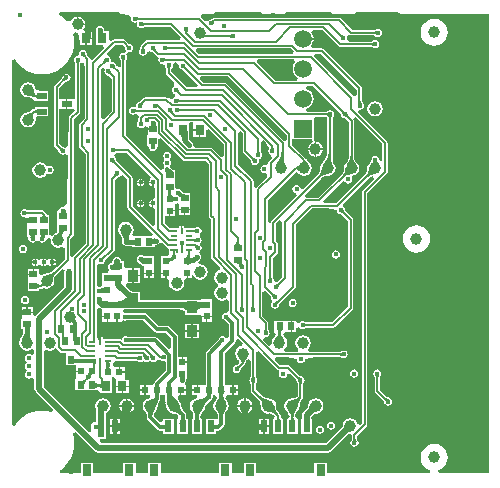
<source format=gbl>
%FSLAX25Y25*%
%MOIN*%
G70*
G01*
G75*
G04 Layer_Physical_Order=4*
G04 Layer_Color=16711680*
%ADD10C,0.00787*%
%ADD11C,0.00591*%
%ADD12C,0.02362*%
%ADD13C,0.01575*%
%ADD14C,0.01181*%
%ADD15C,0.01000*%
%ADD16C,0.00984*%
%ADD17C,0.01969*%
%ADD18C,0.02756*%
%ADD19R,0.02165X0.03347*%
%ADD20R,0.01969X0.01969*%
%ADD21R,0.14961X0.03150*%
%ADD22R,0.03150X0.14961*%
%ADD23R,0.02362X0.02362*%
%ADD24C,0.03937*%
%ADD25R,0.02559X0.02362*%
%ADD26R,0.02362X0.02559*%
%ADD27R,0.03937X0.03150*%
%ADD28R,0.01969X0.02598*%
%ADD29R,0.02598X0.01969*%
%ADD30R,0.01181X0.05709*%
%ADD31R,0.05709X0.01181*%
%ADD32R,0.17520X0.17520*%
%ADD33R,0.03150X0.03543*%
%ADD34R,0.02362X0.02362*%
%ADD35R,0.02756X0.02362*%
%ADD36R,0.04331X0.01142*%
%ADD37R,0.06221X0.09252*%
%ADD38R,0.09449X0.07480*%
%ADD39R,0.07480X0.04331*%
%ADD40R,0.03937X0.03543*%
%ADD41R,0.04528X0.05709*%
%ADD42R,0.05709X0.04528*%
%ADD43R,0.03740X0.09055*%
%ADD44R,0.11811X0.05118*%
%ADD45R,0.02362X0.06102*%
%ADD46R,0.01142X0.05906*%
%ADD47R,0.05906X0.01142*%
%ADD48R,0.04724X0.05709*%
%ADD49R,0.02362X0.02756*%
%ADD50R,0.01142X0.04528*%
%ADD51R,0.04528X0.01142*%
%ADD52R,0.09843X0.09843*%
%ADD53C,0.01260*%
%ADD54R,0.04134X0.05118*%
%ADD55P,0.03341X4X180.0*%
%ADD56R,0.03150X0.03937*%
%ADD57R,0.05512X0.03937*%
%ADD58R,0.18898X0.03937*%
%ADD59R,0.01102X0.03150*%
%ADD60R,0.03150X0.01102*%
%ADD61C,0.00500*%
%ADD62C,0.01142*%
%ADD63C,0.03937*%
%ADD64R,0.12992X0.03937*%
%ADD65R,0.03937X0.12992*%
%ADD66R,0.08000X0.06900*%
%ADD67R,0.05100X0.04800*%
%ADD68R,0.05300X0.03600*%
%ADD69R,0.01800X0.02100*%
%ADD70R,0.11800X0.04200*%
%ADD71R,0.02200X0.11317*%
%ADD72R,0.06600X0.08100*%
%ADD73R,0.01900X0.04300*%
%ADD74R,0.04600X0.05600*%
%ADD75R,0.08200X0.06284*%
%ADD76R,0.05900X0.05500*%
%ADD77R,0.04961X0.03937*%
%ADD78R,0.15272X0.03937*%
%ADD79R,0.03937X0.07874*%
%ADD80R,0.09803X0.03937*%
%ADD81C,0.05906*%
%ADD82R,0.05906X0.05906*%
%ADD83C,0.01575*%
%ADD84C,0.03150*%
%ADD85R,0.55906X1.57480*%
%ADD86C,0.03150*%
%ADD87C,0.15748*%
G04:AMPARAMS|DCode=88|XSize=55.433mil|YSize=55.433mil|CornerRadius=0mil|HoleSize=0mil|Usage=FLASHONLY|Rotation=0.000|XOffset=0mil|YOffset=0mil|HoleType=Round|Shape=Relief|Width=5mil|Gap=5mil|Entries=4|*
%AMTHD88*
7,0,0,0.05543,0.04543,0.00500,45*
%
%ADD88THD88*%
%ADD89C,0.04724*%
G04:AMPARAMS|DCode=90|XSize=39.685mil|YSize=39.685mil|CornerRadius=0mil|HoleSize=0mil|Usage=FLASHONLY|Rotation=0.000|XOffset=0mil|YOffset=0mil|HoleType=Round|Shape=Relief|Width=5mil|Gap=5mil|Entries=4|*
%AMTHD90*
7,0,0,0.03969,0.02969,0.00500,45*
%
%ADD90THD90*%
G04:AMPARAMS|DCode=91|XSize=27.874mil|YSize=27.874mil|CornerRadius=0mil|HoleSize=0mil|Usage=FLASHONLY|Rotation=0.000|XOffset=0mil|YOffset=0mil|HoleType=Round|Shape=Relief|Width=5mil|Gap=5mil|Entries=4|*
%AMTHD91*
7,0,0,0.02787,0.01787,0.00500,45*
%
%ADD91THD91*%
%ADD92C,0.01969*%
%ADD93C,0.03937*%
%ADD94C,0.00800*%
%ADD95R,0.02362X0.00787*%
%ADD96R,0.00787X0.02362*%
%ADD97R,0.03347X0.02165*%
%ADD98R,0.02362X0.03937*%
%ADD99R,0.03740X0.03937*%
%ADD100R,0.02500X0.08400*%
%ADD101R,0.03000X0.02500*%
%ADD102R,0.01800X0.07300*%
%ADD103R,0.02300X0.10700*%
%ADD104R,0.02400X0.01800*%
G36*
X-46031Y39784D02*
X-46031D01*
Y37763D01*
X-43957D01*
Y37513D01*
X-43707D01*
Y35241D01*
X-41882D01*
Y37402D01*
X-40958Y37785D01*
X-35876Y32702D01*
Y29003D01*
X-36799Y28620D01*
X-39502Y31323D01*
X-39782Y31510D01*
X-40113Y31576D01*
X-45546D01*
X-46180Y32349D01*
X-46148Y32513D01*
X-46252Y33035D01*
X-46547Y33478D01*
X-47448Y34378D01*
Y35190D01*
X-47343D01*
Y39835D01*
D01*
Y39835D01*
X-47128Y40050D01*
X-46031D01*
Y39784D01*
D02*
G37*
G36*
X-51291Y-3618D02*
X-51881D01*
Y-2831D01*
X-53653D01*
Y-2043D01*
X-51291D01*
Y-3618D01*
D02*
G37*
G36*
X-75353Y57865D02*
X-75573Y57535D01*
X-75677Y57013D01*
X-75573Y56490D01*
X-75278Y56047D01*
X-74835Y55752D01*
X-74313Y55648D01*
X-74312Y55648D01*
X-74112Y55565D01*
X-74101Y55548D01*
X-74101Y55548D01*
X-74099Y55546D01*
D01*
Y55546D01*
X-74099Y55546D01*
Y55546D01*
X-74099Y55546D01*
D01*
D01*
D01*
X-74076Y55556D01*
X-73176Y54655D01*
Y43870D01*
X-75926Y41120D01*
X-76850Y41503D01*
Y57776D01*
X-76126Y58499D01*
X-75353Y57865D01*
D02*
G37*
G36*
X-82566Y59774D02*
X-82176Y57771D01*
Y41570D01*
X-83823Y39923D01*
X-84010Y39643D01*
X-84076Y39313D01*
Y32013D01*
X-84010Y31682D01*
X-83823Y31402D01*
X-81871Y29451D01*
Y-426D01*
X-86023Y-4577D01*
X-86093Y-4682D01*
X-87050Y-4391D01*
Y1255D01*
X-86102Y2202D01*
X-85915Y2482D01*
X-85850Y2813D01*
Y41055D01*
X-83948Y42957D01*
X-83761Y43237D01*
X-83761Y43237D01*
X-83761Y43237D01*
X-83695Y43567D01*
Y59679D01*
X-83672D01*
X-83676Y59702D01*
X-83593Y59902D01*
X-83593Y59902D01*
X-83547Y59971D01*
X-82566Y59774D01*
D02*
G37*
G36*
X-1641Y41840D02*
X-1641D01*
X-1641Y41826D01*
Y41826D01*
D01*
D01*
X-1641D01*
X-1638Y41827D01*
D01*
D01*
X-1638D01*
Y41827D01*
X-1638Y41827D01*
Y41827D01*
D01*
D01*
D01*
D01*
X-1618Y41831D01*
X-1618D01*
X-1618D01*
X-1339Y41524D01*
Y41524D01*
X-1316Y41524D01*
Y30486D01*
X-1494Y29131D01*
X-2061Y27762D01*
X-2875Y26702D01*
X-2998Y26620D01*
X-3555Y25786D01*
X-3750Y24803D01*
X-3734Y24723D01*
X-3832Y23983D01*
X-4148Y23218D01*
X-4607Y22620D01*
X-4664Y22577D01*
X-4664Y22577D01*
X-4666Y22575D01*
D01*
D01*
X-4666Y22575D01*
X-4666Y22575D01*
Y22539D01*
X-9364Y17841D01*
X-10321Y18131D01*
X-10366Y18359D01*
X-10662Y18802D01*
X-11105Y19098D01*
X-11627Y19202D01*
X-12149Y19098D01*
X-12592Y18802D01*
X-12888Y18359D01*
X-12992Y17837D01*
X-12888Y17315D01*
X-12592Y16872D01*
X-12149Y16576D01*
X-11921Y16531D01*
X-11631Y15574D01*
X-20023Y7182D01*
X-20210Y6902D01*
X-20257Y6663D01*
X-21253Y6761D01*
Y14152D01*
X-12126Y23279D01*
X-12119Y23284D01*
X-11964Y23348D01*
X-11053Y23258D01*
X-10872Y22987D01*
X-10038Y22430D01*
X-9055Y22234D01*
X-8072Y22430D01*
X-7238Y22987D01*
X-6682Y23820D01*
X-6486Y24803D01*
X-6682Y25786D01*
X-7238Y26620D01*
X-8034Y27151D01*
X-8031Y27160D01*
X-8109Y27192D01*
X-8172Y27345D01*
X-8170Y27355D01*
X-8192D01*
Y27355D01*
X-8258Y27685D01*
X-8445Y27965D01*
X-13150Y32670D01*
Y34409D01*
X-13149D01*
X-12916D01*
X-12442Y34409D01*
X-12442Y34409D01*
Y34409D01*
X-6469D01*
X-6447Y34301D01*
D01*
X-6276Y33438D01*
X-6276D01*
X-7092Y32892D01*
X-7638Y32076D01*
X-7780Y31363D01*
X-5563D01*
Y33797D01*
X-5821Y33969D01*
X-5909Y34409D01*
X-5909D01*
Y34520D01*
X-5909D01*
Y41142D01*
X-5909D01*
X-5909Y41142D01*
X-5909Y41416D01*
X-5476Y41850D01*
X-1641D01*
X-1641Y41840D01*
D02*
G37*
G36*
X-14876Y35955D02*
Y34203D01*
X-15800Y33820D01*
X-35008Y53028D01*
X-35288Y53215D01*
X-35618Y53281D01*
X-42686D01*
X-43930Y54526D01*
X-43548Y55450D01*
X-34370D01*
X-14876Y35955D01*
D02*
G37*
G36*
X-78491Y-40518D02*
X-79081D01*
Y-39731D01*
X-80853D01*
Y-38943D01*
X-78491D01*
Y-40518D01*
D02*
G37*
G36*
X3090Y42949D02*
X3090Y42936D01*
X3090Y42936D01*
X3080Y42926D01*
X3083Y42924D01*
D01*
Y42924D01*
X3083D01*
X3083Y42924D01*
X3100Y42913D01*
X3182Y42713D01*
X3182Y42713D01*
X3286Y42190D01*
X3582Y41747D01*
X4025Y41452D01*
X4547Y41348D01*
X4548Y41348D01*
X4748Y41265D01*
X4759Y41248D01*
X4759Y41248D01*
X4761Y41246D01*
D01*
Y41246D01*
X4761Y41246D01*
Y41246D01*
X4761Y41246D01*
D01*
D01*
D01*
X4784Y41256D01*
X5830Y40209D01*
Y28843D01*
X5804D01*
X5814Y28769D01*
X5716Y28022D01*
X5399Y27258D01*
X4944Y26665D01*
X4876Y26620D01*
X4319Y25786D01*
X4124Y24803D01*
X4140Y24723D01*
X4042Y23983D01*
X3726Y23218D01*
X3267Y22620D01*
X3210Y22577D01*
X3210Y22577D01*
X3208Y22575D01*
D01*
D01*
X3208Y22575D01*
X3208Y22575D01*
Y22539D01*
X-4355Y14976D01*
X-8413D01*
X-8440Y14970D01*
X-8912Y15852D01*
X-3410Y21318D01*
X-3409D01*
X-3409Y21318D01*
X-3409Y21318D01*
D01*
D01*
X-3408Y21320D01*
X-3408Y21320D01*
Y21320D01*
D01*
D01*
Y21320D01*
X-3408D01*
D01*
X-3364Y21377D01*
X-2766Y21836D01*
X-2002Y22153D01*
X-1261Y22250D01*
X-1181Y22234D01*
X-198Y22430D01*
X636Y22987D01*
X1192Y23820D01*
X1388Y24803D01*
X1192Y25786D01*
X636Y26620D01*
X610Y26637D01*
X482Y26828D01*
X431Y27084D01*
X410D01*
Y27579D01*
X433Y27750D01*
X410D01*
Y29052D01*
X422Y29175D01*
X410D01*
Y30407D01*
X429Y30601D01*
X410D01*
Y41524D01*
X434D01*
X429Y41547D01*
X512Y41747D01*
X512Y41747D01*
X808Y42190D01*
X912Y42713D01*
X808Y43235D01*
X512Y43678D01*
X69Y43973D01*
X-453Y44077D01*
X-975Y43973D01*
X-1418Y43678D01*
X-1418Y43677D01*
X-1618Y43594D01*
X-1625Y43596D01*
X-1627Y43596D01*
X-1627D01*
D01*
D01*
D01*
D01*
D01*
X-1627D01*
X-1638Y43598D01*
D01*
D01*
D01*
X-1641Y43599D01*
X-1641Y43599D01*
D01*
D01*
X-1641D01*
D01*
D01*
Y43599D01*
Y43585D01*
D01*
D01*
Y43585D01*
D01*
D01*
D01*
D01*
D01*
D01*
D01*
D01*
Y43585D01*
X-1650Y43576D01*
X-8164D01*
X-8359Y44556D01*
X-7645Y44852D01*
X-6914Y45414D01*
X-6352Y46145D01*
X-5999Y46998D01*
X-5878Y47913D01*
X-5999Y48827D01*
X-6352Y49680D01*
X-6914Y50412D01*
X-7645Y50973D01*
X-8359Y51269D01*
X-8164Y52250D01*
X-6210D01*
X3090Y42949D01*
D02*
G37*
G36*
X-29576Y36355D02*
Y30413D01*
X-29510Y30082D01*
X-29510Y30082D01*
X-29510Y30082D01*
X-29323Y29802D01*
X-26970Y27449D01*
X-26970Y27436D01*
X-26970Y27436D01*
X-26979Y27426D01*
X-26977Y27424D01*
D01*
Y27424D01*
X-26977D01*
X-26977Y27424D01*
X-26960Y27413D01*
X-26877Y27213D01*
X-26877Y27213D01*
X-26774Y26690D01*
X-26478Y26248D01*
X-26035Y25952D01*
X-25513Y25848D01*
X-24990Y25952D01*
X-24547Y26248D01*
X-24252Y26690D01*
X-24148Y27213D01*
X-24252Y27735D01*
X-24252Y27735D01*
D01*
X-23890Y27952D01*
X-23890D01*
X-23890Y27952D01*
X-23448Y28247D01*
X-23152Y28690D01*
X-23048Y29213D01*
X-23152Y29735D01*
X-23448Y30178D01*
X-23448Y30178D01*
X-23531Y30378D01*
X-23526Y30401D01*
X-23550D01*
Y33623D01*
X-22626Y34005D01*
X-21942Y33321D01*
X-20678Y31478D01*
X-20974Y31035D01*
X-21077Y30513D01*
X-20974Y29990D01*
X-20678Y29548D01*
X-20235Y29252D01*
X-20073Y29220D01*
X-19783Y28263D01*
X-20823Y27223D01*
X-21010Y26943D01*
X-21076Y26613D01*
Y26388D01*
X-21849Y25754D01*
X-22313Y25846D01*
X-22835Y25742D01*
X-23278Y25446D01*
X-23573Y25003D01*
X-23677Y24481D01*
X-23573Y23959D01*
X-23278Y23516D01*
X-22835Y23220D01*
X-22313Y23116D01*
X-21849Y23209D01*
X-21429Y22864D01*
X-21380Y21866D01*
X-24923Y18323D01*
X-24993Y18218D01*
X-25950Y18509D01*
Y20413D01*
X-26015Y20743D01*
X-26202Y21023D01*
X-31150Y25970D01*
Y36623D01*
X-30226Y37005D01*
X-29576Y36355D01*
D02*
G37*
G36*
X-77103Y-21980D02*
X-76581Y-22084D01*
X-76445D01*
Y-22451D01*
X-76394D01*
Y-22975D01*
X-76394D01*
Y-24406D01*
X-74713D01*
Y-24656D01*
X-74463D01*
Y-26337D01*
X-71663D01*
Y-24656D01*
X-71163D01*
Y-26337D01*
X-69731D01*
Y-26337D01*
X-69351Y-25964D01*
Y-25964D01*
D01*
X-68828Y-26068D01*
X-68306Y-25964D01*
X-68161Y-25867D01*
X-62679D01*
X-58836Y-29711D01*
X-58458Y-29963D01*
X-58384Y-29978D01*
X-58013Y-30051D01*
X-55195D01*
X-53377Y-31870D01*
Y-35215D01*
X-54301Y-35597D01*
X-58144Y-31754D01*
X-58521Y-31502D01*
X-58967Y-31413D01*
X-67961D01*
X-68090Y-31326D01*
X-68613Y-31223D01*
X-69135Y-31326D01*
X-69578Y-31622D01*
X-69873Y-32065D01*
X-69942Y-32409D01*
X-70282Y-32240D01*
X-70282Y-32240D01*
Y-32240D01*
X-70282Y-32240D01*
X-70282Y-32240D01*
X-70282Y-32240D01*
X-70613Y-32175D01*
X-72821D01*
Y-32093D01*
X-76219D01*
Y-31357D01*
X-76863D01*
Y-33038D01*
X-77363D01*
Y-31357D01*
X-78006D01*
D01*
X-78006D01*
X-78232Y-31131D01*
Y-22370D01*
X-78052Y-22190D01*
X-77350Y-21815D01*
X-77103Y-21980D01*
D02*
G37*
G36*
X17024Y32855D02*
Y27252D01*
X16963Y27220D01*
X16586Y27294D01*
X15957Y27592D01*
X15889Y27935D01*
X15593Y28378D01*
X15150Y28673D01*
X14628Y28777D01*
X14105Y28673D01*
X13663Y28378D01*
X13367Y27935D01*
X13263Y27413D01*
X13342Y27015D01*
X12750Y26620D01*
X12194Y25786D01*
X11998Y24803D01*
X12014Y24722D01*
X11916Y23976D01*
X11596Y23205D01*
X11145Y22616D01*
X11101Y22583D01*
X11111Y22573D01*
X11088Y22543D01*
X11092Y22538D01*
X1630Y13076D01*
X-2507D01*
X-2890Y13999D01*
X3408Y20298D01*
X3780Y20372D01*
X4504Y20300D01*
X4673Y20048D01*
X5116Y19752D01*
X5638Y19648D01*
X6160Y19752D01*
X6603Y20048D01*
X6899Y20490D01*
X7003Y21013D01*
X6899Y21535D01*
X6899Y21535D01*
X6899Y21535D01*
X6693Y22234D01*
D01*
X6693Y22234D01*
X7676Y22430D01*
X8510Y22987D01*
X9066Y23820D01*
X9262Y24803D01*
X9066Y25786D01*
X8510Y26620D01*
X8442Y26665D01*
X7987Y27258D01*
X7670Y28022D01*
X7572Y28769D01*
X7581Y28843D01*
X7556D01*
Y40567D01*
X7490Y40897D01*
X7320Y41152D01*
X8093Y41787D01*
X17024Y32855D01*
D02*
G37*
G36*
X-60291Y21971D02*
X-60389Y20975D01*
X-60441Y20941D01*
X-60725Y20515D01*
X-60776Y20263D01*
X-59513D01*
Y20013D01*
X-59263D01*
Y18560D01*
X-58676Y18078D01*
Y14927D01*
X-59363Y14363D01*
Y13013D01*
Y11662D01*
X-58676Y11098D01*
Y6003D01*
X-59600Y5620D01*
X-66250Y12270D01*
Y21513D01*
X-66315Y21843D01*
X-66502Y22123D01*
X-71656Y27276D01*
X-71646Y27299D01*
X-71646Y27299D01*
X-71646D01*
X-71646Y27299D01*
X-71646D01*
X-71648Y27301D01*
D01*
X-71656Y27306D01*
D01*
X-71662Y27310D01*
X-71794Y27747D01*
X-71852Y28035D01*
X-71907Y28117D01*
X-71907Y28117D01*
X-72148Y28478D01*
Y28478D01*
D01*
D01*
D01*
X-72148Y28478D01*
X-72181Y28500D01*
X-72316Y29177D01*
X-71681Y29950D01*
X-68270D01*
X-60291Y21971D01*
D02*
G37*
G36*
X-68727Y65033D02*
X-68751Y64913D01*
X-68647Y64390D01*
X-68363Y63965D01*
X-68919Y63133D01*
X-69355Y63220D01*
X-69877Y63116D01*
X-70320Y62820D01*
X-70616Y62377D01*
X-70720Y61855D01*
X-70616Y61333D01*
X-70320Y60890D01*
X-70320Y60890D01*
X-70237Y60690D01*
X-70241Y60667D01*
X-70218D01*
Y58645D01*
X-70717Y58439D01*
X-71559Y58788D01*
X-71700Y58965D01*
X-71804Y59487D01*
X-72100Y59930D01*
X-72542Y60225D01*
X-73065Y60329D01*
X-73065Y60329D01*
X-73065Y60329D01*
X-73652Y60411D01*
D01*
X-73548Y60933D01*
X-73652Y61455D01*
X-73948Y61898D01*
X-74390Y62194D01*
X-74535Y62223D01*
X-74825Y63180D01*
X-72055Y65950D01*
X-69644D01*
X-68727Y65033D01*
D02*
G37*
G36*
X-12515Y63695D02*
X-12898Y62771D01*
X-44050D01*
X-45105Y63826D01*
X-44723Y64750D01*
X-13570D01*
X-12515Y63695D01*
D02*
G37*
G36*
X-70690Y76675D02*
X-70104Y76284D01*
X-69413Y76146D01*
X-69413Y76146D01*
X-69413Y76146D01*
X-67947Y75977D01*
X-66749Y75176D01*
X-66687Y75090D01*
X-66783Y74607D01*
X-66679Y74085D01*
X-66383Y73642D01*
X-65940Y73346D01*
X-65418Y73242D01*
X-64896Y73346D01*
X-64896Y73346D01*
X-64814Y72713D01*
X-64814Y72713D01*
X-64814D01*
X-64710Y72190D01*
X-64415Y71747D01*
X-63972Y71452D01*
X-63450Y71348D01*
X-62927Y71452D01*
X-62485Y71747D01*
X-62484Y71748D01*
X-62284Y71831D01*
X-62261Y71826D01*
Y71850D01*
X-53670D01*
X-50220Y68400D01*
X-50603Y67476D01*
X-61513D01*
X-61843Y67410D01*
X-62123Y67223D01*
X-63423Y65923D01*
X-63610Y65643D01*
X-63676Y65313D01*
Y64801D01*
X-63699D01*
X-63694Y64778D01*
X-63777Y64578D01*
X-63778Y64578D01*
X-64073Y64135D01*
X-64177Y63613D01*
X-64073Y63090D01*
X-63778Y62647D01*
X-63335Y62352D01*
X-62813Y62248D01*
X-62290Y62352D01*
X-61848Y62647D01*
X-61552Y63090D01*
X-61460Y63550D01*
X-60479Y63745D01*
X-60478Y63743D01*
X-60035Y63447D01*
X-59513Y63343D01*
X-59512Y63343D01*
X-59312Y63260D01*
X-59301Y63243D01*
X-59301Y63243D01*
X-59299Y63241D01*
D01*
Y63241D01*
X-59299Y63241D01*
Y63241D01*
X-59299Y63241D01*
D01*
D01*
D01*
X-59276Y63251D01*
X-58327Y62302D01*
X-58047Y62115D01*
X-58047Y62115D01*
X-58047D01*
X-57573Y61435D01*
D01*
X-57573D01*
X-57677Y60913D01*
X-57573Y60390D01*
X-57278Y59948D01*
X-56835Y59652D01*
X-56313Y59548D01*
D01*
X-55577Y59113D01*
D01*
D01*
X-55577D01*
D01*
D01*
X-55474Y58590D01*
X-55178Y58148D01*
X-55177Y58147D01*
X-55094Y57947D01*
X-55099Y57924D01*
X-55076D01*
Y56413D01*
X-55010Y56082D01*
X-54823Y55802D01*
X-52618Y53598D01*
X-52335Y52174D01*
X-52778Y51878D01*
X-53074Y51435D01*
X-53177Y50913D01*
X-53074Y50390D01*
X-52778Y49948D01*
X-52335Y49652D01*
X-52138Y49613D01*
Y48760D01*
X-52205Y48599D01*
X-52335Y48573D01*
X-52778Y48278D01*
X-53074Y47835D01*
X-54498Y48118D01*
X-54502Y48123D01*
X-54782Y48310D01*
X-55113Y48376D01*
X-62013D01*
X-62343Y48310D01*
X-62623Y48123D01*
X-63676Y47070D01*
X-63699Y47079D01*
X-63699Y47080D01*
Y47079D01*
X-63699Y47080D01*
Y47079D01*
X-63701Y47077D01*
D01*
Y47077D01*
D01*
X-63712Y47060D01*
X-63912Y46977D01*
X-63913Y46977D01*
X-64435Y46874D01*
X-64878Y46578D01*
X-65174Y46135D01*
X-65277Y45613D01*
X-65595Y45222D01*
X-65595D01*
X-65595Y45222D01*
X-66117Y45325D01*
X-66640Y45222D01*
X-67082Y44926D01*
X-67378Y44483D01*
X-67482Y43961D01*
X-67378Y43438D01*
X-67082Y42996D01*
X-66640Y42700D01*
X-66117Y42596D01*
X-65595Y42700D01*
X-65152Y42996D01*
X-63979Y42191D01*
X-63972Y42174D01*
X-64060Y42086D01*
X-64247Y41806D01*
X-64313Y41476D01*
Y40676D01*
X-64336D01*
X-64331Y40654D01*
X-64414Y40454D01*
X-64415Y40453D01*
X-64710Y40011D01*
X-64814Y39488D01*
X-64710Y38966D01*
X-64415Y38523D01*
X-63972Y38227D01*
X-63450Y38124D01*
X-62927Y38227D01*
X-62485Y38523D01*
X-62249Y38876D01*
X-61292Y38585D01*
Y38131D01*
X-59513D01*
Y37631D01*
X-61292D01*
Y36200D01*
X-61292D01*
Y35728D01*
X-61343Y35676D01*
X-61343D01*
Y32212D01*
X-61123D01*
X-60877Y31913D01*
X-60773Y31390D01*
X-60478Y30948D01*
X-60035Y30652D01*
X-59513Y30548D01*
X-58990Y30652D01*
X-58548Y30948D01*
X-58252Y31390D01*
X-58148Y31913D01*
X-57902Y32212D01*
X-57682D01*
Y34355D01*
X-56758Y34738D01*
X-49523Y27502D01*
D01*
X-49523D01*
Y27502D01*
D01*
X-49523D01*
Y27502D01*
X-49523D01*
X-49523Y27502D01*
Y27502D01*
X-49523Y27502D01*
Y27502D01*
X-49243Y27315D01*
X-48913Y27250D01*
X-41970D01*
X-40876Y26155D01*
Y8813D01*
X-40810Y8482D01*
X-40810Y8482D01*
X-40810Y8482D01*
X-40623Y8202D01*
X-40076Y7655D01*
Y-4887D01*
X-40010Y-5218D01*
X-40010Y-5218D01*
X-40010Y-5218D01*
X-39823Y-5498D01*
X-37004Y-8317D01*
X-37294Y-9274D01*
X-37496Y-9314D01*
X-38329Y-9871D01*
X-38886Y-10704D01*
X-39082Y-11687D01*
X-38886Y-12671D01*
X-38329Y-13504D01*
X-37949Y-13758D01*
Y-14758D01*
X-38329Y-15012D01*
X-38886Y-15846D01*
X-39082Y-16829D01*
X-38886Y-17812D01*
X-38329Y-18646D01*
X-37496Y-19203D01*
X-36513Y-19398D01*
X-35530Y-19203D01*
X-35157Y-18954D01*
X-34276Y-19425D01*
Y-22701D01*
X-35049Y-23335D01*
X-35113Y-23323D01*
X-35635Y-23426D01*
X-36078Y-23722D01*
X-36373Y-24165D01*
X-36477Y-24687D01*
X-36373Y-25210D01*
X-36078Y-25653D01*
X-35635Y-25948D01*
X-35464Y-25982D01*
X-34277Y-27170D01*
Y-31503D01*
X-35234Y-31793D01*
X-35348Y-31622D01*
X-35790Y-31326D01*
X-36313Y-31223D01*
X-36835Y-31326D01*
X-37278Y-31622D01*
X-37574Y-32065D01*
X-37607Y-32236D01*
X-41567Y-36196D01*
X-41820Y-36573D01*
X-41908Y-37019D01*
Y-47455D01*
X-42293Y-47455D01*
D01*
X-42293D01*
X-42476D01*
X-42476D01*
X-42476D01*
X-43000Y-47506D01*
X-43000D01*
X-43183Y-47506D01*
X-43183Y-47506D01*
Y-47506D01*
X-44431D01*
Y-49187D01*
X-44681D01*
Y-49437D01*
X-46362D01*
Y-50868D01*
X-44741D01*
X-44643Y-51864D01*
X-45601Y-52054D01*
X-46434Y-52611D01*
X-46991Y-53444D01*
X-47186Y-54428D01*
X-46991Y-55411D01*
X-46434Y-56244D01*
X-46384Y-56278D01*
X-46145Y-56635D01*
X-46049Y-57116D01*
X-46046D01*
Y-58211D01*
X-46070Y-58393D01*
D01*
Y-58393D01*
X-46378Y-58701D01*
X-46614D01*
Y-63740D01*
X-43150D01*
Y-58701D01*
X-43150D01*
X-43716Y-58393D01*
D01*
D01*
D01*
X-43716D01*
X-43612Y-57600D01*
X-43306Y-56861D01*
X-42866Y-56288D01*
X-42801Y-56244D01*
X-42244Y-55411D01*
X-42059Y-54480D01*
X-41920Y-54341D01*
X-41858Y-54293D01*
Y-54294D01*
Y-54279D01*
X-39982Y-52403D01*
X-39915Y-52348D01*
X-39921Y-52342D01*
Y-52342D01*
X-39669Y-51964D01*
X-39580Y-51519D01*
Y-50920D01*
X-39012Y-50920D01*
Y-50920D01*
X-38645D01*
X-38183Y-51483D01*
X-38068Y-51948D01*
X-38472Y-52552D01*
X-38560Y-52611D01*
X-39117Y-53444D01*
X-39312Y-54428D01*
X-39117Y-55411D01*
X-38560Y-56244D01*
X-38472Y-56303D01*
X-38059Y-56921D01*
X-37911Y-57662D01*
X-37924Y-57754D01*
X-37924D01*
Y-58701D01*
X-38425D01*
Y-58701D01*
X-41890D01*
Y-63740D01*
X-38425D01*
Y-62680D01*
X-37841D01*
X-37396Y-62591D01*
X-37018Y-62339D01*
X-35920Y-61241D01*
X-35668Y-60864D01*
X-35579Y-60418D01*
Y-57754D01*
X-35563D01*
X-35575Y-57662D01*
X-35428Y-56921D01*
X-35015Y-56303D01*
X-34927Y-56244D01*
X-34370Y-55411D01*
X-34174Y-54428D01*
X-34370Y-53444D01*
X-34927Y-52611D01*
X-35015Y-52552D01*
X-35411Y-51958D01*
X-35255Y-51424D01*
X-34875Y-50912D01*
X-34425Y-50868D01*
X-34425D01*
X-34242Y-50868D01*
X-34242Y-50868D01*
Y-50868D01*
X-32994D01*
Y-49187D01*
Y-47506D01*
X-34242D01*
Y-47506D01*
X-34242Y-47506D01*
X-34425Y-47506D01*
X-34425D01*
X-34949Y-47455D01*
X-34949D01*
X-34949D01*
X-35132D01*
X-35132D01*
D01*
X-35517Y-47455D01*
Y-36938D01*
X-32289Y-33711D01*
X-32037Y-33333D01*
X-32022Y-33259D01*
X-31949Y-32887D01*
Y-32379D01*
X-31025Y-31996D01*
X-29489Y-33532D01*
X-29779Y-34489D01*
X-30511Y-34634D01*
X-31344Y-35191D01*
X-31901Y-36025D01*
X-32097Y-37008D01*
X-31901Y-37991D01*
X-31344Y-38824D01*
X-30979Y-39068D01*
X-30966Y-39137D01*
Y-39137D01*
X-30879Y-39195D01*
X-30781Y-40191D01*
Y-40191D01*
X-31379Y-40756D01*
X-31380Y-40756D01*
X-31380Y-40756D01*
Y-40756D01*
X-31380Y-40756D01*
Y-40756D01*
X-31381Y-40758D01*
D01*
D01*
D01*
D01*
Y-40758D01*
D01*
X-31392Y-40775D01*
X-31593Y-40858D01*
X-31593Y-40858D01*
X-32115Y-40962D01*
X-32558Y-41258D01*
X-32854Y-41701D01*
X-32958Y-42223D01*
X-32854Y-42745D01*
X-32558Y-43188D01*
X-32115Y-43484D01*
X-31593Y-43588D01*
X-31071Y-43484D01*
X-30628Y-43188D01*
X-30332Y-42745D01*
X-30228Y-42223D01*
X-30228Y-42222D01*
X-30145Y-42022D01*
X-30126Y-42009D01*
Y-42009D01*
Y-41976D01*
X-28917Y-40768D01*
X-28730Y-40488D01*
X-28664Y-40157D01*
Y-40157D01*
X-28655D01*
X-28560Y-39677D01*
X-28288Y-39270D01*
X-28089Y-39137D01*
D01*
X-28089Y-39137D01*
X-27757Y-38856D01*
Y-38856D01*
X-27292Y-39105D01*
X-26876Y-39383D01*
Y-44699D01*
X-26899D01*
X-26894Y-44722D01*
X-26977Y-44922D01*
X-26978Y-44922D01*
X-27273Y-45365D01*
X-27377Y-45887D01*
X-27273Y-46410D01*
X-26978Y-46852D01*
X-26977Y-46853D01*
X-26894Y-47053D01*
X-26899Y-47076D01*
X-26876D01*
Y-49410D01*
X-26810Y-49741D01*
X-26623Y-50020D01*
X-24480Y-52163D01*
Y-52200D01*
X-24480Y-52200D01*
X-24480Y-52200D01*
D01*
D01*
X-24478Y-52201D01*
X-24478Y-52201D01*
Y-52201D01*
X-24421Y-52245D01*
X-23963Y-52842D01*
X-23646Y-53607D01*
X-23548Y-54347D01*
X-23564Y-54428D01*
X-23369Y-55411D01*
X-22812Y-56244D01*
X-21978Y-56801D01*
X-20995Y-56997D01*
X-20915Y-56981D01*
X-20175Y-57078D01*
X-19410Y-57395D01*
X-18942Y-57754D01*
X-19260Y-58689D01*
X-19338Y-58701D01*
X-19449D01*
Y-63740D01*
X-15984D01*
Y-58701D01*
X-16095D01*
X-16844Y-58590D01*
Y-58590D01*
X-16853Y-58590D01*
Y-57706D01*
X-16919Y-57376D01*
X-17106Y-57096D01*
X-17524Y-56678D01*
X-17524Y-56669D01*
X-17524Y-56669D01*
X-17517Y-56662D01*
X-17511Y-56656D01*
D01*
D01*
D01*
X-17511D01*
X-17511Y-56656D01*
X-17511Y-56656D01*
X-17513Y-56654D01*
D01*
X-17513Y-56654D01*
D01*
D01*
X-17524Y-56645D01*
D01*
X-17543Y-56630D01*
X-17543Y-56630D01*
X-17569Y-56611D01*
X-18028Y-56013D01*
X-18345Y-55248D01*
X-18442Y-54508D01*
X-18426Y-54428D01*
X-18622Y-53444D01*
X-19179Y-52611D01*
X-20012Y-52054D01*
X-20995Y-51859D01*
X-21075Y-51875D01*
X-21816Y-51777D01*
X-22580Y-51460D01*
X-23178Y-51001D01*
X-23223Y-50943D01*
X-23241Y-50961D01*
X-25150Y-49053D01*
Y-47076D01*
X-25126D01*
X-25131Y-47053D01*
X-25048Y-46853D01*
X-25047Y-46852D01*
X-24752Y-46410D01*
X-24648Y-45887D01*
X-24752Y-45365D01*
X-25047Y-44922D01*
X-25048Y-44922D01*
X-25131Y-44722D01*
X-25126Y-44699D01*
X-25150D01*
Y-36577D01*
X-24226Y-36195D01*
X-18123Y-42298D01*
X-17843Y-42485D01*
X-17513Y-42550D01*
X-17513Y-42550D01*
D01*
X-17342Y-43334D01*
X-17446Y-43856D01*
X-17342Y-44378D01*
X-17046Y-44821D01*
X-16603Y-45117D01*
X-16081Y-45221D01*
X-15559Y-45117D01*
X-15116Y-44821D01*
X-14820Y-44378D01*
X-14732Y-43936D01*
X-13999Y-43713D01*
X-13756Y-43665D01*
X-11770Y-45651D01*
X-11770Y-45664D01*
X-11770Y-45664D01*
X-11779Y-45674D01*
X-11777Y-45676D01*
D01*
Y-45676D01*
X-11777D01*
X-11777Y-45676D01*
X-11760Y-45687D01*
X-11677Y-45887D01*
X-11677Y-45887D01*
X-11574Y-46410D01*
X-11278Y-46852D01*
X-11277Y-46853D01*
X-11194Y-47053D01*
X-11199Y-47076D01*
X-11176D01*
Y-51193D01*
X-11551Y-51481D01*
X-12276Y-51781D01*
X-13018Y-51879D01*
X-13121Y-51859D01*
X-14104Y-52054D01*
X-14938Y-52611D01*
X-15495Y-53444D01*
X-15690Y-54428D01*
X-15495Y-55411D01*
X-14938Y-56244D01*
X-14860Y-56296D01*
X-14342Y-56971D01*
X-13981Y-57843D01*
X-13967Y-57949D01*
X-14626Y-58701D01*
X-14724D01*
Y-63740D01*
X-11260D01*
Y-58701D01*
X-11371D01*
X-11442Y-58690D01*
X-12092Y-57949D01*
X-12026Y-57450D01*
X-11754Y-56793D01*
X-11363Y-56283D01*
X-11305Y-56244D01*
X-10748Y-55411D01*
X-10552Y-54428D01*
X-10573Y-54324D01*
X-10475Y-53583D01*
X-10175Y-52857D01*
X-9735Y-52285D01*
X-9685Y-52246D01*
X-9702Y-52229D01*
D01*
X-9702Y-52229D01*
X-9515Y-51949D01*
X-9450Y-51619D01*
Y-47076D01*
X-9426D01*
X-9431Y-47053D01*
X-9348Y-46853D01*
X-9347Y-46852D01*
X-9052Y-46410D01*
X-8948Y-45887D01*
X-9052Y-45365D01*
X-9347Y-44922D01*
X-9790Y-44627D01*
X-10313Y-44523D01*
X-10313Y-44523D01*
X-10513Y-44440D01*
X-10525Y-44423D01*
D01*
X-10525Y-44423D01*
X-10525Y-44422D01*
X-10526Y-44420D01*
D01*
D01*
X-10526Y-44420D01*
D01*
D01*
X-10526Y-44420D01*
X-10559D01*
X-13902Y-41077D01*
X-14182Y-40890D01*
X-14513Y-40824D01*
X-17155D01*
X-18905Y-39074D01*
X-18522Y-38150D01*
X-15282D01*
X-11577Y-38887D01*
X-11473Y-39410D01*
X-11178Y-39852D01*
X-10735Y-40148D01*
X-10213Y-40252D01*
X-9690Y-40148D01*
X-9247Y-39852D01*
X-8952Y-39410D01*
X-8848Y-38887D01*
X-5143Y-38150D01*
X2899D01*
X2899Y-38160D01*
D01*
X2899Y-38174D01*
Y-38174D01*
D01*
D01*
X2899D01*
X2902Y-38173D01*
D01*
D01*
X2902D01*
D01*
D01*
X2922Y-38169D01*
X3122Y-38252D01*
X3122Y-38252D01*
X3565Y-38548D01*
X4087Y-38652D01*
X4610Y-38548D01*
X5052Y-38252D01*
X5348Y-37810D01*
X5452Y-37287D01*
X5348Y-36765D01*
X5052Y-36322D01*
X4610Y-36026D01*
X4087Y-35923D01*
X3565Y-36026D01*
X3122Y-36322D01*
X3122Y-36323D01*
X2922Y-36406D01*
X2902Y-36402D01*
Y-36402D01*
D01*
Y-36402D01*
X2899Y-36401D01*
D01*
D01*
X2899D01*
X2899D01*
D01*
D01*
D01*
Y-36401D01*
X2876Y-36424D01*
X-7621D01*
X-7911Y-35467D01*
X-7632Y-35281D01*
X-7075Y-34448D01*
X-6880Y-33465D01*
X-7075Y-32481D01*
X-7632Y-31648D01*
X-8466Y-31091D01*
X-9449Y-30896D01*
X-10432Y-31091D01*
X-11265Y-31648D01*
X-11822Y-32481D01*
X-12018Y-33465D01*
X-11822Y-34448D01*
X-11265Y-35281D01*
X-10987Y-35467D01*
X-11277Y-36424D01*
X-15495D01*
X-15785Y-35467D01*
X-15506Y-35281D01*
X-14949Y-34448D01*
X-14754Y-33465D01*
X-14949Y-32481D01*
X-15506Y-31648D01*
X-15564Y-31610D01*
X-15949Y-31107D01*
X-16218Y-30459D01*
X-15549Y-29917D01*
D01*
X-15025Y-29865D01*
X-15025D01*
X-14842Y-29865D01*
X-14842Y-29865D01*
Y-29865D01*
X-13594D01*
Y-27987D01*
Y-26109D01*
X-14842D01*
Y-26109D01*
X-14842Y-26109D01*
X-15025Y-26109D01*
X-15025D01*
X-15549Y-26058D01*
X-15732Y-26058D01*
X-15732Y-26058D01*
Y-26058D01*
X-19013D01*
Y-29917D01*
X-19013D01*
X-18352Y-30332D01*
X-18649Y-31049D01*
X-19076Y-31605D01*
X-19139Y-31648D01*
X-19696Y-32481D01*
X-19892Y-33465D01*
X-19800Y-33926D01*
X-20682Y-34398D01*
X-22710Y-32369D01*
X-22239Y-31487D01*
X-21913Y-31552D01*
X-21390Y-31448D01*
X-20947Y-31152D01*
X-20652Y-30710D01*
X-20548Y-30187D01*
X-20652Y-29665D01*
X-20947Y-29222D01*
X-20948Y-29222D01*
X-21031Y-29022D01*
X-21026Y-28999D01*
X-21050D01*
Y-26987D01*
X-21115Y-26657D01*
X-21302Y-26377D01*
X-23050Y-24630D01*
Y-16477D01*
X-22126Y-16095D01*
X-20270Y-17951D01*
X-20270Y-17964D01*
X-20270Y-17964D01*
X-20279Y-17974D01*
X-20277Y-17976D01*
D01*
Y-17976D01*
X-20277D01*
X-20277Y-17976D01*
X-20260Y-17987D01*
X-20177Y-18187D01*
X-20177Y-18187D01*
X-20074Y-18710D01*
X-19778Y-19152D01*
Y-19722D01*
X-20074Y-20165D01*
X-20177Y-20687D01*
X-20074Y-21210D01*
X-19778Y-21653D01*
X-19335Y-21948D01*
X-18813Y-22052D01*
X-18290Y-21948D01*
X-17848Y-21653D01*
X-17552Y-21210D01*
X-17448Y-20687D01*
X-17448Y-20687D01*
X-17365Y-20487D01*
X-17346Y-20474D01*
Y-20474D01*
Y-20441D01*
X-12202Y-15298D01*
X-12015Y-15018D01*
X-12015Y-15018D01*
X-12015Y-15018D01*
X-11950Y-14687D01*
Y5755D01*
X-6355Y11350D01*
X-1380D01*
X1823Y10713D01*
X1926Y10190D01*
X2222Y9747D01*
X2665Y9452D01*
X3187Y9348D01*
X3188Y9348D01*
X3388Y9265D01*
X3399Y9248D01*
X3399Y9248D01*
X3401Y9246D01*
D01*
Y9246D01*
X3401Y9246D01*
Y9246D01*
X3401Y9246D01*
D01*
D01*
D01*
X3424Y9256D01*
D01*
X5594Y7086D01*
Y-21361D01*
X330Y-26624D01*
X-8415D01*
X-8424Y-26615D01*
X-8424Y-26615D01*
X-8424Y-26601D01*
X-8427Y-26602D01*
D01*
X-8427Y-26602D01*
X-8447Y-26606D01*
X-8647Y-26523D01*
X-8647Y-26522D01*
X-9090Y-26226D01*
X-9613Y-26123D01*
X-10135Y-26226D01*
X-10578Y-26522D01*
X-10706Y-26715D01*
X-11663Y-26424D01*
Y-26109D01*
X-13094D01*
Y-27987D01*
Y-29865D01*
X-11663D01*
Y-28551D01*
X-10706Y-28260D01*
X-10578Y-28453D01*
X-10135Y-28748D01*
X-9613Y-28852D01*
X-9090Y-28748D01*
X-8647Y-28453D01*
X-8647Y-28452D01*
X-8447Y-28369D01*
X-8424Y-28374D01*
Y-28350D01*
X687D01*
X1018Y-28285D01*
X1298Y-28098D01*
X7067Y-22328D01*
X7254Y-22048D01*
X7320Y-21718D01*
Y7443D01*
X7254Y7774D01*
X7067Y8054D01*
X4654Y10466D01*
Y10499D01*
Y10499D01*
X4635Y10512D01*
X4552Y10712D01*
X4552Y10713D01*
X4448Y11235D01*
X4152Y11678D01*
X3921Y11832D01*
X3842Y12637D01*
X3894Y12898D01*
X12313Y21318D01*
X12313D01*
X12331Y21299D01*
X12388Y21373D01*
X12995Y21839D01*
X13753Y22153D01*
X13886Y22171D01*
X14303Y21324D01*
X14285Y21230D01*
X10477Y17423D01*
X10290Y17143D01*
X10224Y16813D01*
Y-60118D01*
X9421Y-60713D01*
X8729Y-60504D01*
X8647Y-60091D01*
X8090Y-59257D01*
X7256Y-58701D01*
X6273Y-58505D01*
X5290Y-58701D01*
X4457Y-59257D01*
X3900Y-60091D01*
X3704Y-61074D01*
X3712Y-61111D01*
X3658Y-61383D01*
X3483Y-61644D01*
X3483Y-61645D01*
X3486Y-61647D01*
X-1789Y-66922D01*
X-76750D01*
X-77305Y-66090D01*
X-77096Y-65584D01*
X-75613D01*
X-75191Y-65409D01*
X-75016Y-64987D01*
Y-56738D01*
X-74338Y-56285D01*
X-73781Y-55452D01*
X-73585Y-54469D01*
X-73781Y-53485D01*
X-74338Y-52652D01*
X-75171Y-52095D01*
X-76154Y-51899D01*
X-77138Y-52095D01*
X-77971Y-52652D01*
X-78528Y-53485D01*
X-78723Y-54469D01*
X-78528Y-55452D01*
X-78509Y-55480D01*
Y-59991D01*
X-79413D01*
X-79834Y-60166D01*
X-80009Y-60587D01*
Y-62387D01*
X-79866Y-62733D01*
X-80698Y-63288D01*
X-95947Y-48039D01*
Y-36055D01*
X-95065Y-35583D01*
X-94684Y-35838D01*
X-93701Y-36034D01*
X-92718Y-35838D01*
X-91884Y-35281D01*
X-91884Y-35281D01*
Y-35281D01*
X-91710Y-35218D01*
Y-35218D01*
X-91710Y-35218D01*
X-91523Y-35498D01*
X-90473Y-36548D01*
X-90193Y-36735D01*
X-89863Y-36800D01*
X-88448D01*
Y-37187D01*
X-88448D01*
Y-40887D01*
X-85377D01*
Y-40887D01*
X-85262D01*
Y-41306D01*
X-85262D01*
Y-42737D01*
X-83581D01*
Y-43237D01*
X-85262D01*
Y-44668D01*
X-85262D01*
Y-44668D01*
D01*
D01*
Y-45605D01*
X-85313Y-45657D01*
X-85313D01*
Y-49318D01*
X-81849D01*
Y-49318D01*
X-81849D01*
X-81849Y-49318D01*
X-81376D01*
Y-49318D01*
X-77912D01*
D01*
X-77912D01*
X-77294Y-49935D01*
Y-50310D01*
X-73043D01*
Y-45665D01*
X-73043D01*
Y-44830D01*
X-73032Y-44820D01*
D01*
X-73032D01*
X-72849D01*
X-72849D01*
X-72849D01*
X-72472Y-44783D01*
X-71732Y-45455D01*
Y-45716D01*
X-71732D01*
Y-47737D01*
X-67582D01*
Y-45716D01*
X-68963D01*
Y-44769D01*
X-68963D01*
Y-43337D01*
X-70644D01*
Y-43087D01*
X-70894D01*
Y-41406D01*
X-72142D01*
Y-41406D01*
X-72142Y-41406D01*
X-72325Y-41406D01*
X-72325D01*
X-72593Y-41380D01*
X-72849Y-40763D01*
X-72849Y-40301D01*
X-72833Y-40282D01*
X-72821D01*
Y-39996D01*
X-72239Y-39413D01*
X-71743Y-39385D01*
X-71743Y-39385D01*
D01*
X-71743Y-39385D01*
X-71743Y-39385D01*
X-71413Y-39450D01*
X-64901D01*
X-64901Y-39460D01*
D01*
X-64901Y-39474D01*
Y-39474D01*
D01*
D01*
X-64901D01*
X-64898Y-39473D01*
D01*
D01*
X-64898D01*
D01*
D01*
X-64878Y-39469D01*
X-64678Y-39552D01*
X-64678Y-39553D01*
X-64235Y-39848D01*
X-63713Y-39952D01*
X-63190Y-39848D01*
X-62748Y-39553D01*
X-62578D01*
X-62135Y-39848D01*
X-61613Y-39952D01*
X-61090Y-39848D01*
X-60647Y-39553D01*
X-60378D01*
X-59935Y-39848D01*
X-59413Y-39952D01*
X-58890Y-39848D01*
X-58447Y-39553D01*
X-58152Y-39110D01*
X-58152D01*
Y-39110D01*
X-57343Y-39085D01*
X-57343D01*
X-57343D01*
D01*
D01*
Y-39085D01*
Y-39085D01*
X-57013Y-39150D01*
X-57012Y-39151D01*
X-57012Y-39170D01*
X-57012Y-39170D01*
X-57012Y-39177D01*
X-56944Y-39209D01*
X-56944Y-39209D01*
D01*
X-56903Y-39215D01*
X-56878Y-39252D01*
X-56435Y-39548D01*
X-55913Y-39652D01*
D01*
D01*
D01*
X-55913Y-39652D01*
X-55913Y-39652D01*
X-55177Y-39663D01*
Y-42605D01*
X-58967Y-46396D01*
X-59220Y-46773D01*
X-59308Y-47219D01*
Y-47455D01*
X-59693D01*
Y-47455D01*
X-59693Y-47455D01*
X-59876Y-47455D01*
X-60400Y-47506D01*
X-60400D01*
X-60584Y-47506D01*
X-60584Y-47506D01*
Y-47506D01*
X-61831D01*
Y-49187D01*
Y-50868D01*
X-60584D01*
Y-50868D01*
X-60584Y-50868D01*
X-60489Y-50868D01*
X-60391Y-51864D01*
X-61348Y-52054D01*
X-62182Y-52611D01*
X-62739Y-53444D01*
X-62934Y-54428D01*
X-62739Y-55411D01*
X-62182Y-56244D01*
X-62094Y-56303D01*
X-61681Y-56921D01*
X-61534Y-57662D01*
X-61546Y-57754D01*
X-61529D01*
Y-58235D01*
X-61529Y-58235D01*
X-61529D01*
X-61441Y-58680D01*
X-61189Y-59058D01*
X-57907Y-62339D01*
X-57530Y-62591D01*
X-57084Y-62680D01*
X-56063D01*
Y-63740D01*
X-52598D01*
Y-58701D01*
X-56063D01*
Y-59584D01*
X-56987Y-59967D01*
X-59189Y-57764D01*
X-59185Y-57754D01*
X-59185D01*
X-59197Y-57662D01*
X-59050Y-56921D01*
X-58637Y-56303D01*
X-58549Y-56244D01*
X-57992Y-55411D01*
X-57796Y-54428D01*
X-57832Y-54248D01*
X-57701Y-53588D01*
X-57356Y-53072D01*
X-57312Y-53038D01*
X-57321Y-53030D01*
X-57321Y-53029D01*
X-57069Y-52652D01*
X-57054Y-52578D01*
X-56980Y-52206D01*
Y-50920D01*
X-56412Y-50920D01*
D01*
D01*
X-55913D01*
D01*
X-55363Y-50920D01*
Y-51272D01*
X-55363D01*
X-55345Y-51410D01*
Y-52864D01*
X-55296Y-53110D01*
X-55345Y-53357D01*
X-55353D01*
X-55234Y-54257D01*
X-55111Y-54555D01*
X-54928Y-55474D01*
X-54371Y-56307D01*
X-53537Y-56864D01*
X-52554Y-57060D01*
X-52451Y-57039D01*
X-51721Y-57184D01*
X-51093Y-57604D01*
X-51037Y-57677D01*
X-51037D01*
X-51037Y-58072D01*
X-50989Y-57958D01*
X-51297Y-58701D01*
X-51339D01*
Y-63740D01*
X-47874D01*
Y-58701D01*
X-48442D01*
Y-57438D01*
X-48516Y-57067D01*
X-48531Y-56993D01*
X-48783Y-56615D01*
X-49367Y-56031D01*
Y-56008D01*
Y-56008D01*
X-49441Y-55952D01*
X-49861Y-55323D01*
X-50006Y-54594D01*
X-49985Y-54491D01*
X-50181Y-53507D01*
X-50738Y-52674D01*
X-51258Y-52326D01*
X-51246Y-52307D01*
X-51302Y-52264D01*
Y-51264D01*
X-50787Y-50868D01*
X-50494D01*
Y-49187D01*
X-50244D01*
Y-48937D01*
X-48563D01*
Y-47710D01*
X-48563Y-47710D01*
X-48563Y-47710D01*
X-48563Y-47506D01*
D01*
D01*
D01*
X-48768Y-47359D01*
X-48758Y-46752D01*
X-48462Y-46310D01*
X-48358Y-45787D01*
Y-45488D01*
X-47980D01*
Y-42024D01*
X-48031D01*
Y-41500D01*
X-48031D01*
Y-40069D01*
X-49713D01*
Y-39819D01*
X-49963D01*
Y-38138D01*
X-51048D01*
Y-31387D01*
X-51122Y-31016D01*
X-51137Y-30942D01*
X-51389Y-30564D01*
X-53889Y-28064D01*
X-54267Y-27812D01*
X-54713Y-27723D01*
X-57530D01*
X-61374Y-23880D01*
X-61751Y-23628D01*
X-62197Y-23539D01*
X-68161D01*
X-68306Y-23442D01*
X-68828Y-23338D01*
X-68958Y-23364D01*
X-69479Y-22937D01*
X-69155Y-22253D01*
X-67392D01*
Y-22258D01*
X-67351Y-22253D01*
X-50660D01*
X-49823Y-22363D01*
X-48971Y-22716D01*
X-48934Y-22745D01*
Y-24170D01*
X-44091D01*
Y-24170D01*
X-43452D01*
X-43354Y-24406D01*
X-39931D01*
Y-23158D01*
X-39931D01*
X-39931Y-23158D01*
X-39931Y-22975D01*
Y-22975D01*
X-39880Y-22451D01*
X-39880Y-22268D01*
X-39880Y-22268D01*
X-39880D01*
Y-18987D01*
X-43345D01*
Y-19122D01*
X-50718D01*
X-50738Y-19120D01*
Y-19122D01*
X-63791D01*
Y-16405D01*
X-66061D01*
X-66198Y-16378D01*
X-66213Y-16370D01*
X-66213Y-16370D01*
X-66498Y-16252D01*
X-66783Y-16134D01*
X-66783Y-16134D01*
X-66789D01*
X-68480Y-14443D01*
X-68098Y-13519D01*
X-66463D01*
Y-11050D01*
Y-8582D01*
X-68476D01*
Y-8582D01*
X-68476Y-8582D01*
X-68583Y-8582D01*
X-69183Y-7981D01*
Y-6187D01*
X-70148D01*
Y-6087D01*
X-70252Y-5565D01*
X-70547Y-5122D01*
X-70990Y-4826D01*
X-71513Y-4723D01*
X-72035Y-4826D01*
X-72478Y-5122D01*
X-72773Y-5565D01*
X-72784Y-5616D01*
X-72784D01*
X-72799Y-5691D01*
X-72881Y-5889D01*
X-72920Y-6187D01*
X-73042D01*
Y-6723D01*
X-73213D01*
X-73735Y-6826D01*
X-74178Y-7122D01*
X-74474Y-7565D01*
X-74577Y-8087D01*
X-74474Y-8610D01*
X-74178Y-9053D01*
X-74062Y-9130D01*
X-74352Y-10087D01*
X-76445D01*
Y-13551D01*
X-76445Y-13551D01*
X-76445Y-14024D01*
X-76445D01*
Y-14207D01*
X-77218Y-14841D01*
X-77313Y-14823D01*
X-77459Y-14852D01*
X-78232Y-14217D01*
Y-7509D01*
X-77350Y-7038D01*
X-77335Y-7048D01*
X-76813Y-7152D01*
X-76290Y-7048D01*
X-75848Y-6752D01*
X-75552Y-6310D01*
X-75486Y-5982D01*
X-72502Y-2998D01*
X-72315Y-2718D01*
X-72250Y-2387D01*
Y20866D01*
X-71561Y21554D01*
X-71556Y21549D01*
X-71317Y21649D01*
X-71313Y21648D01*
X-70790Y21752D01*
X-70347Y22048D01*
X-70193Y22279D01*
X-69388Y22358D01*
X-69127Y22306D01*
X-67976Y21155D01*
Y11913D01*
X-67910Y11582D01*
X-67910Y11582D01*
X-67910Y11582D01*
X-67723Y11302D01*
X-59388Y2967D01*
X-59770Y2043D01*
X-62142D01*
Y2043D01*
X-62142Y2043D01*
X-62376Y2043D01*
X-62613D01*
X-62849D01*
X-63083Y2043D01*
X-63083Y2043D01*
Y2043D01*
X-65938D01*
X-66409Y2925D01*
X-66139Y3330D01*
X-65944Y4313D01*
X-66139Y5296D01*
X-66696Y6129D01*
X-67529Y6686D01*
X-68513Y6882D01*
X-69496Y6686D01*
X-70329Y6129D01*
X-70886Y5296D01*
X-71082Y4313D01*
X-70886Y3330D01*
X-70329Y2496D01*
X-70269Y2456D01*
X-69986Y2032D01*
X-69881Y1506D01*
X-69887Y1461D01*
X-69877D01*
Y281D01*
X-69774Y-241D01*
X-69478Y-684D01*
X-69035Y-980D01*
X-68513Y-1084D01*
X-66313D01*
Y-1618D01*
X-63083D01*
Y-1618D01*
X-63083Y-1618D01*
X-62849Y-1618D01*
X-62613D01*
X-62376D01*
X-62142Y-1618D01*
X-62142Y-1618D01*
Y-1618D01*
X-58912D01*
Y-752D01*
X-58513D01*
X-57990Y-648D01*
X-57547Y-353D01*
X-57393Y-121D01*
X-56588Y-42D01*
X-56327Y-94D01*
X-54948Y-1472D01*
X-54668Y-1660D01*
X-54338Y-1725D01*
X-54338Y-1725D01*
D01*
X-54249Y-2043D01*
X-54249Y-2043D01*
X-54249D01*
Y-2831D01*
X-54204Y-2940D01*
Y-3382D01*
X-54185D01*
X-54000Y-3729D01*
X-54514Y-4587D01*
X-56845D01*
Y-7868D01*
X-56845D01*
X-56845Y-7868D01*
X-56845Y-8051D01*
X-56794Y-8575D01*
Y-8575D01*
X-56794Y-8758D01*
X-56794Y-8758D01*
X-56794D01*
Y-10006D01*
X-55113D01*
Y-10256D01*
X-54863D01*
Y-11937D01*
X-54661D01*
X-54027Y-12710D01*
X-54182Y-13487D01*
X-53986Y-14470D01*
X-53429Y-15304D01*
X-52596Y-15861D01*
X-51613Y-16056D01*
X-50630Y-15861D01*
X-49796Y-15304D01*
X-49239Y-14470D01*
X-49044Y-13487D01*
X-49198Y-12710D01*
X-48564Y-11937D01*
X-48263D01*
Y-10256D01*
X-47763D01*
Y-11937D01*
X-46332D01*
Y-10785D01*
X-45629Y-11604D01*
Y-11604D01*
X-45629D01*
D01*
D01*
Y-11604D01*
X-44796Y-12161D01*
X-43813Y-12356D01*
X-42829Y-12161D01*
X-41996Y-11604D01*
X-41439Y-10770D01*
X-41243Y-9787D01*
X-41439Y-8804D01*
X-41996Y-7971D01*
X-42829Y-7414D01*
X-43813Y-7218D01*
X-43997Y-7255D01*
X-44468Y-6373D01*
X-43848Y-5753D01*
X-43552Y-5310D01*
X-43448Y-4787D01*
X-43552Y-4265D01*
X-43848Y-3822D01*
X-43848Y-3822D01*
X-43848D01*
X-44090Y-3048D01*
X-44090D01*
Y-3048D01*
X-43648Y-2753D01*
X-43352Y-2310D01*
X-43248Y-1787D01*
X-43352Y-1265D01*
X-43648Y-822D01*
Y-252D01*
X-43352Y190D01*
X-43248Y713D01*
X-43352Y1235D01*
X-43648Y1678D01*
X-43837Y1804D01*
Y2804D01*
X-43697Y2897D01*
X-43401Y3340D01*
X-43297Y3862D01*
X-43401Y4385D01*
X-43697Y4827D01*
X-44140Y5123D01*
X-44662Y5227D01*
X-45184Y5123D01*
X-45627Y4827D01*
X-45627Y4827D01*
X-45675Y4807D01*
X-49019D01*
Y5543D01*
X-49663D01*
Y3862D01*
X-50163D01*
Y5543D01*
X-50806D01*
Y4807D01*
X-53952D01*
X-55550Y6405D01*
Y8947D01*
X-54206D01*
Y10628D01*
X-53956D01*
Y10878D01*
X-52275D01*
Y12309D01*
X-52275Y12309D01*
Y12309D01*
X-52041Y12794D01*
X-51247Y13078D01*
X-50692Y12623D01*
X-50692Y12442D01*
X-50692Y12442D01*
X-50692D01*
Y11194D01*
X-47133D01*
Y12442D01*
X-47133D01*
X-47133Y12442D01*
X-47133Y12625D01*
Y12625D01*
X-47082Y13149D01*
X-47082Y13332D01*
X-47082Y13332D01*
X-47082D01*
Y16613D01*
X-48983D01*
X-49060Y16629D01*
X-49082Y16624D01*
X-49108Y16644D01*
Y16644D01*
X-49200Y16626D01*
X-49752Y17035D01*
Y17035D01*
X-49752Y17035D01*
X-50047Y17478D01*
X-50490Y17774D01*
X-51013Y17877D01*
X-51352Y17810D01*
X-51810Y18186D01*
X-52125Y18657D01*
Y20261D01*
D01*
Y20261D01*
X-52125Y20261D01*
Y20733D01*
X-52125D01*
Y24198D01*
X-52775D01*
X-52991Y24521D01*
X-53707Y25237D01*
X-53742Y25283D01*
X-53742Y25283D01*
X-53747Y25291D01*
Y25648D01*
X-53452Y26090D01*
X-53348Y26613D01*
X-53452Y27135D01*
X-53747Y27578D01*
Y27948D01*
X-53452Y28390D01*
X-53348Y28913D01*
X-53452Y29435D01*
X-53747Y29878D01*
X-54190Y30174D01*
X-54713Y30277D01*
X-55235Y30174D01*
X-55678Y29878D01*
X-55974Y29435D01*
X-56077Y28913D01*
X-55974Y28390D01*
X-55678Y27948D01*
Y27578D01*
X-55974Y27135D01*
X-56077Y26613D01*
X-55974Y26090D01*
X-55678Y25648D01*
Y25278D01*
X-55974Y24835D01*
X-56039Y24507D01*
X-56996Y24216D01*
X-68492Y35713D01*
Y60667D01*
X-68469D01*
X-68473Y60690D01*
X-68390Y60890D01*
X-68390Y60890D01*
X-68094Y61333D01*
X-67990Y61855D01*
X-68094Y62377D01*
X-68379Y62803D01*
X-67823Y63635D01*
X-67387Y63548D01*
X-66864Y63652D01*
X-66422Y63947D01*
X-66126Y64390D01*
X-66022Y64913D01*
X-66126Y65435D01*
X-66422Y65878D01*
X-66864Y66173D01*
X-67387Y66277D01*
X-67507Y66254D01*
X-68676Y67423D01*
X-68956Y67610D01*
X-69287Y67676D01*
X-72413D01*
X-72743Y67610D01*
X-73023Y67423D01*
X-73307Y67139D01*
X-74231Y67522D01*
Y70351D01*
X-75599D01*
X-75713Y70523D01*
X-75770Y70806D01*
X-75779D01*
Y70806D01*
X-75883Y71329D01*
X-76179Y71771D01*
X-76622Y72067D01*
X-77144Y72171D01*
X-77666Y72067D01*
X-78109Y71771D01*
X-78405Y71329D01*
X-78509Y70806D01*
Y70806D01*
X-78513D01*
X-78509Y70779D01*
Y68816D01*
X-78483Y68684D01*
Y65706D01*
X-76047D01*
X-75664Y64782D01*
X-79526Y60920D01*
X-80450Y61303D01*
Y61313D01*
X-80515Y61643D01*
X-80702Y61923D01*
X-81446Y62666D01*
Y62699D01*
Y62699D01*
X-81465Y62712D01*
X-81548Y62912D01*
X-81548Y62913D01*
X-81652Y63435D01*
X-81947Y63878D01*
X-82390Y64174D01*
X-82913Y64277D01*
X-83435Y64174D01*
X-83878Y63878D01*
X-84174Y63435D01*
X-84277Y62913D01*
D01*
X-84558Y62232D01*
D01*
Y62232D01*
D01*
D01*
X-85080Y62128D01*
X-85523Y61832D01*
X-85819Y61389D01*
X-85923Y60867D01*
X-85819Y60345D01*
X-85523Y59902D01*
X-85523Y59902D01*
X-85440Y59702D01*
X-85444Y59679D01*
X-85421D01*
Y47795D01*
X-85421D01*
X-86106D01*
X-86128Y47795D01*
X-86128Y47795D01*
Y47795D01*
X-88029D01*
Y46213D01*
Y44630D01*
X-86128D01*
Y44630D01*
X-86128Y44630D01*
X-86106Y44630D01*
X-85963Y44488D01*
X-85640Y43706D01*
X-87323Y42023D01*
X-87510Y41743D01*
X-87576Y41413D01*
X-87576D01*
X-87576Y41413D01*
D01*
X-87777Y32159D01*
X-88497Y31678D01*
X-88666Y31590D01*
X-89090Y31874D01*
X-89613Y31977D01*
X-89613Y31977D01*
X-89813Y32060D01*
X-89822Y32074D01*
Y32074D01*
D01*
D01*
D01*
X-89822Y32074D01*
X-89824Y32076D01*
X-89824Y32077D01*
X-89826Y32079D01*
X-89826Y32079D01*
X-89826Y32079D01*
Y32079D01*
X-89826Y32079D01*
Y32079D01*
X-89827Y32078D01*
Y32078D01*
X-89833Y32073D01*
X-89836Y32070D01*
X-89836Y32070D01*
X-89836D01*
D01*
D01*
D01*
D01*
D01*
Y32070D01*
X-89849D01*
X-90681Y32902D01*
Y44630D01*
X-90681D01*
X-90452D01*
X-89974Y44630D01*
X-89974Y44630D01*
Y44630D01*
X-88529D01*
Y46213D01*
Y47795D01*
X-89974D01*
Y47795D01*
X-89974Y47795D01*
X-90452Y47795D01*
X-90681Y48024D01*
Y51439D01*
X-88549Y53571D01*
X-88536Y53571D01*
D01*
Y53571D01*
X-88536Y53571D01*
X-88526Y53561D01*
X-88525Y53563D01*
D01*
D01*
D01*
D01*
D01*
D01*
X-88525D01*
Y53563D01*
D01*
D01*
D01*
X-88525Y53563D01*
X-88513Y53580D01*
X-88313Y53663D01*
X-88313Y53663D01*
X-87790Y53767D01*
X-87348Y54063D01*
X-87052Y54505D01*
X-86948Y55028D01*
X-87052Y55550D01*
X-87348Y55993D01*
X-87790Y56288D01*
X-88313Y56392D01*
X-88835Y56288D01*
X-89278Y55993D01*
X-89574Y55550D01*
X-89677Y55028D01*
X-89677Y55027D01*
X-89760Y54827D01*
X-89777Y54816D01*
Y54816D01*
X-89777Y54816D01*
X-89779Y54814D01*
D01*
D01*
X-89779Y54814D01*
D01*
D01*
X-89779Y54814D01*
Y54781D01*
X-92154Y52406D01*
X-92341Y52126D01*
X-92407Y51796D01*
Y32544D01*
X-92341Y32214D01*
X-92154Y31934D01*
X-91063Y30843D01*
X-91079Y30826D01*
X-91060Y30813D01*
X-90977Y30613D01*
X-90977Y30613D01*
X-90873Y30090D01*
X-90578Y29647D01*
X-90135Y29352D01*
X-89613Y29248D01*
X-89090Y29352D01*
X-88720Y29599D01*
X-87912Y29156D01*
X-87843Y29110D01*
X-88189Y13223D01*
X-89090Y11874D01*
X-89613Y11977D01*
X-90135Y11874D01*
X-90578Y11578D01*
X-90873Y11135D01*
X-90977Y10613D01*
Y10513D01*
X-91443D01*
Y7283D01*
X-91443D01*
X-91443Y7283D01*
X-91443Y7049D01*
Y6813D01*
Y6576D01*
X-91443Y6342D01*
X-91443Y6342D01*
X-91443D01*
Y3760D01*
X-91469Y3632D01*
X-91702Y3283D01*
X-91988Y3092D01*
X-92017Y3086D01*
X-92850Y2529D01*
X-93025Y2268D01*
X-93539Y2424D01*
X-93539Y2424D01*
X-93939Y2545D01*
Y2545D01*
X-93982Y2558D01*
Y4942D01*
X-93982D01*
X-93982Y4942D01*
X-93982Y5176D01*
Y5413D01*
Y5649D01*
X-93982Y5883D01*
X-93982Y5883D01*
X-93982D01*
Y9113D01*
X-94813D01*
X-94832Y9212D01*
X-94849D01*
Y9213D01*
X-94923Y9581D01*
X-95131Y9894D01*
X-95731Y10494D01*
X-96044Y10703D01*
X-96413Y10776D01*
X-101307D01*
X-101328Y10797D01*
X-101328Y10797D01*
X-101362Y10811D01*
X-101362Y10811D01*
D01*
D01*
D01*
X-101398Y10811D01*
X-101398Y10811D01*
D01*
X-101790Y11073D01*
X-102313Y11177D01*
X-102835Y11073D01*
X-103278Y10778D01*
X-103574Y10335D01*
X-103677Y9813D01*
X-103574Y9290D01*
X-103278Y8847D01*
X-102835Y8552D01*
X-102313Y8448D01*
X-102165Y8477D01*
X-101392Y7843D01*
Y7631D01*
X-99613D01*
Y7131D01*
X-101392D01*
Y5883D01*
X-101392D01*
X-101392Y5883D01*
X-101392Y5700D01*
Y5700D01*
X-101443Y5176D01*
X-101443Y4993D01*
X-101443Y4993D01*
X-101443D01*
Y1712D01*
X-101305D01*
X-100977Y1313D01*
X-100873Y790D01*
X-100578Y347D01*
X-100135Y52D01*
X-99613Y-52D01*
X-99090Y52D01*
X-98647Y347D01*
X-98463Y624D01*
X-97463D01*
X-97278Y347D01*
X-96835Y52D01*
X-96313Y-52D01*
X-95790Y52D01*
X-95347Y347D01*
X-95052Y790D01*
X-94965Y1228D01*
X-94424Y1363D01*
X-93906D01*
X-93558Y939D01*
X-93603Y713D01*
X-93407Y-271D01*
X-92850Y-1104D01*
X-92017Y-1661D01*
X-91034Y-1856D01*
X-90051Y-1661D01*
X-89657Y-1398D01*
X-88776Y-1870D01*
Y-5400D01*
X-91416Y-8040D01*
X-92189Y-7406D01*
X-92189Y-7406D01*
Y-7406D01*
X-91950Y-7049D01*
X-91900Y-6797D01*
X-92913D01*
Y-7809D01*
X-92661Y-7759D01*
X-92304Y-7521D01*
X-91784Y-8154D01*
X-91669Y-8294D01*
X-92720Y-9345D01*
X-92743Y-9331D01*
X-92743Y-9331D01*
D01*
D01*
Y-9331D01*
X-92743Y-9331D01*
Y-9331D01*
X-92743Y-9331D01*
X-92744Y-9333D01*
D01*
D01*
D01*
X-92744Y-9333D01*
D01*
X-92788Y-9390D01*
X-93386Y-9849D01*
X-94150Y-10165D01*
X-94891Y-10263D01*
X-94971Y-10247D01*
X-95954Y-10442D01*
X-96651Y-10908D01*
X-97533Y-10437D01*
Y-8938D01*
X-99063D01*
Y-10619D01*
X-99313D01*
Y-10869D01*
X-101092D01*
Y-12116D01*
X-101092D01*
X-101092Y-12116D01*
X-101092Y-12300D01*
Y-12300D01*
X-101143Y-12824D01*
X-101143Y-13007D01*
X-101143Y-13007D01*
X-101143D01*
Y-16288D01*
X-97482D01*
Y-15509D01*
X-97076Y-15428D01*
Y-15428D01*
X-97076D01*
X-97076Y-15419D01*
X-96711D01*
X-96381Y-15353D01*
X-96101Y-15166D01*
X-96056Y-15121D01*
X-95954Y-15189D01*
X-94971Y-15385D01*
X-93988Y-15189D01*
X-93154Y-14632D01*
X-92597Y-13799D01*
X-92402Y-12816D01*
X-92418Y-12736D01*
X-92320Y-11995D01*
X-92004Y-11231D01*
X-91545Y-10633D01*
X-91486Y-10588D01*
Y-10588D01*
Y-10552D01*
X-89705Y-8770D01*
X-88886Y-9317D01*
X-89006Y-9916D01*
Y-14766D01*
X-98611Y-24372D01*
X-98669Y-24348D01*
X-99535Y-23769D01*
Y-23569D01*
X-103290D01*
Y-24816D01*
X-103291D01*
X-103290Y-24816D01*
X-103291Y-25000D01*
Y-25000D01*
X-103342Y-25524D01*
X-103342Y-25707D01*
X-103342Y-25707D01*
X-103342D01*
Y-28988D01*
X-102940D01*
Y-30613D01*
X-102950D01*
X-102944Y-30658D01*
X-103048Y-31184D01*
X-103332Y-31608D01*
X-103391Y-31648D01*
X-103948Y-32481D01*
X-104144Y-33465D01*
X-103948Y-34448D01*
X-103391Y-35281D01*
X-102558Y-35838D01*
X-101575Y-36034D01*
X-100592Y-35838D01*
X-99960Y-35416D01*
X-99078Y-35887D01*
Y-36976D01*
X-99960Y-37447D01*
X-100290Y-37227D01*
X-100813Y-37123D01*
X-101335Y-37227D01*
X-101778Y-37522D01*
X-102074Y-37965D01*
X-102177Y-38487D01*
X-102074Y-39010D01*
X-101778Y-39452D01*
X-101335Y-39748D01*
X-101335Y-39748D01*
X-101778Y-40322D01*
X-101778Y-40322D01*
X-101778D01*
X-102074Y-40765D01*
X-102177Y-41287D01*
X-102074Y-41810D01*
X-101778Y-42252D01*
X-101335Y-42548D01*
X-101335Y-42548D01*
X-101778Y-43022D01*
X-101778Y-43022D01*
X-101778D01*
X-102074Y-43465D01*
X-102177Y-43987D01*
X-102074Y-44510D01*
X-101778Y-44952D01*
X-101335Y-45248D01*
X-100813Y-45352D01*
X-100290Y-45248D01*
X-99960Y-45028D01*
X-99078Y-45499D01*
Y-48687D01*
X-99078Y-48687D01*
X-99078D01*
X-98959Y-49286D01*
X-98620Y-49794D01*
X-92720Y-55694D01*
X-93097Y-56602D01*
X-93124Y-56651D01*
X-94766Y-56257D01*
X-96457Y-56124D01*
X-98147Y-56257D01*
X-99796Y-56652D01*
X-101362Y-57301D01*
X-102808Y-58187D01*
X-104097Y-59289D01*
X-105199Y-60578D01*
X-105499Y-61068D01*
X-106461Y-60797D01*
Y-52000D01*
X-106500Y-51806D01*
Y-36111D01*
X-106461Y-35917D01*
Y-30200D01*
X-106500Y-30006D01*
Y-12511D01*
X-106461Y-12317D01*
Y-6600D01*
X-106500Y-6406D01*
Y11089D01*
X-106461Y11283D01*
Y17000D01*
X-106500Y17194D01*
Y34806D01*
X-106461Y35000D01*
Y40717D01*
X-106500Y40911D01*
Y59174D01*
X-106461Y59368D01*
Y60797D01*
X-105499Y61068D01*
X-105199Y60578D01*
X-104097Y59289D01*
X-102808Y58187D01*
X-101362Y57301D01*
X-99796Y56652D01*
X-98147Y56257D01*
X-96457Y56124D01*
X-94766Y56257D01*
X-93118Y56652D01*
X-91551Y57301D01*
X-90105Y58187D01*
X-88816Y59289D01*
X-87715Y60578D01*
X-86829Y62024D01*
X-86180Y63590D01*
X-85784Y65239D01*
X-85651Y66929D01*
X-85784Y68620D01*
X-86024Y69618D01*
X-85508Y70154D01*
X-84548Y69873D01*
X-83943Y66831D01*
Y65757D01*
X-82118D01*
Y68028D01*
Y70300D01*
X-82195D01*
X-82666Y71182D01*
X-82287Y71749D01*
X-82146Y72463D01*
X-84613D01*
Y72713D01*
X-84863D01*
Y75180D01*
X-85576Y75038D01*
X-86392Y74492D01*
X-86938Y73676D01*
X-88281Y73943D01*
X-88816Y74570D01*
X-90105Y75671D01*
X-90697Y76034D01*
X-90426Y76996D01*
X-88200D01*
X-88180Y77000D01*
X-70907D01*
X-70690Y76675D01*
D02*
G37*
G36*
X21910Y76738D02*
X22496Y76346D01*
X23187Y76209D01*
X52362D01*
Y-76934D01*
X35806D01*
X35611Y-75953D01*
X36518Y-75578D01*
X37456Y-74857D01*
X38176Y-73919D01*
X38629Y-72826D01*
X38783Y-71653D01*
X38629Y-70481D01*
X38176Y-69388D01*
X37456Y-68449D01*
X36518Y-67730D01*
X35425Y-67277D01*
X34252Y-67122D01*
X33079Y-67277D01*
X31986Y-67730D01*
X31048Y-68449D01*
X30328Y-69388D01*
X29875Y-70481D01*
X29721Y-71653D01*
X29875Y-72826D01*
X30328Y-73919D01*
X31048Y-74857D01*
X31986Y-75578D01*
X32893Y-75953D01*
X32698Y-76934D01*
X-1417D01*
Y-73465D01*
X-5669D01*
Y-76934D01*
X-25039D01*
Y-73465D01*
X-29291D01*
Y-76934D01*
X-33307D01*
Y-73465D01*
X-37559D01*
Y-76934D01*
X-56929D01*
Y-73465D01*
X-61181D01*
Y-76934D01*
X-65197D01*
Y-73465D01*
X-69449D01*
Y-76934D01*
X-79370D01*
Y-73465D01*
X-83622D01*
Y-76934D01*
X-90324D01*
X-90596Y-75971D01*
X-90105Y-75671D01*
X-88816Y-74570D01*
X-87715Y-73280D01*
X-86829Y-71835D01*
X-86180Y-70268D01*
X-85784Y-68620D01*
X-85651Y-66929D01*
X-85784Y-65239D01*
X-86178Y-63596D01*
X-86130Y-63569D01*
X-85221Y-63193D01*
X-78820Y-69594D01*
X-78312Y-69934D01*
X-77713Y-70053D01*
X-1140D01*
X-541Y-69934D01*
X-33Y-69594D01*
X5700Y-63861D01*
X5703Y-63864D01*
X5703Y-63864D01*
X5943Y-63704D01*
X6367Y-63931D01*
X6824Y-64307D01*
Y-65499D01*
X6801D01*
X6806Y-65522D01*
X6723Y-65722D01*
X6722Y-65722D01*
X6426Y-66165D01*
X6323Y-66687D01*
X6426Y-67210D01*
X6722Y-67652D01*
X7165Y-67948D01*
X7687Y-68052D01*
X8210Y-67948D01*
X8653Y-67652D01*
X8948Y-67210D01*
X9052Y-66687D01*
X8948Y-66165D01*
X8653Y-65722D01*
X8652Y-65722D01*
X8569Y-65522D01*
X8574Y-65499D01*
X8550D01*
Y-64370D01*
X11698Y-61223D01*
X11885Y-60943D01*
X11950Y-60613D01*
Y16455D01*
X18498Y23002D01*
X18685Y23282D01*
X18750Y23613D01*
Y33213D01*
X18685Y33543D01*
X18498Y33823D01*
X8874Y43446D01*
X9346Y44328D01*
X9547Y44288D01*
X10069Y44392D01*
X10512Y44688D01*
X10808Y45131D01*
X10912Y45653D01*
X10808Y46175D01*
X10512Y46618D01*
X10508Y46621D01*
X10220Y47052D01*
X10118Y47565D01*
X10110D01*
Y51353D01*
X10045Y51683D01*
X9858Y51963D01*
X-2602Y64423D01*
X-2882Y64610D01*
X-3213Y64676D01*
X-6356D01*
X-6518Y64887D01*
X-6856Y65573D01*
X-6397Y66171D01*
X-6049Y67011D01*
X-5963Y67663D01*
X-9413D01*
Y68163D01*
X-5963D01*
X-6049Y68814D01*
X-6397Y69654D01*
X-6703Y70053D01*
X-6260Y70950D01*
X-3070D01*
X2409Y65470D01*
X2689Y65283D01*
X3020Y65217D01*
X13439D01*
X13439Y65208D01*
D01*
X13439Y65194D01*
Y65194D01*
D01*
D01*
X13440D01*
X13442Y65194D01*
D01*
D01*
X13442D01*
D01*
D01*
X13462Y65198D01*
X13662Y65116D01*
X13663Y65115D01*
X14105Y64819D01*
X14628Y64715D01*
X15150Y64819D01*
X15593Y65115D01*
X15889Y65558D01*
X15992Y66080D01*
X15889Y66603D01*
X15593Y67045D01*
X15150Y67341D01*
X14628Y67445D01*
X14105Y67341D01*
X13663Y67045D01*
X13662Y67045D01*
X13462Y66962D01*
X13442Y66966D01*
Y66966D01*
D01*
Y66966D01*
X13440Y66967D01*
D01*
D01*
X13439D01*
X13439D01*
D01*
D01*
D01*
Y66967D01*
X13416Y66943D01*
X6217D01*
X5533Y67400D01*
X5273Y67716D01*
X5352Y68113D01*
X5248Y68635D01*
X5069Y68903D01*
X5842Y69537D01*
X6077Y69302D01*
X6357Y69115D01*
X6687Y69050D01*
X14299D01*
X14299Y69040D01*
D01*
X14299Y69026D01*
Y69026D01*
D01*
D01*
X14299D01*
X14302Y69027D01*
D01*
D01*
X14302D01*
D01*
D01*
X14322Y69031D01*
X14522Y68948D01*
X14522Y68947D01*
X14965Y68652D01*
X15487Y68548D01*
X16010Y68652D01*
X16453Y68947D01*
X16748Y69390D01*
X16852Y69913D01*
X16748Y70435D01*
X16453Y70878D01*
X16010Y71174D01*
X15487Y71277D01*
X14965Y71174D01*
X14522Y70878D01*
X14522Y70877D01*
X14322Y70794D01*
X14302Y70798D01*
Y70798D01*
D01*
Y70798D01*
X14299Y70799D01*
D01*
D01*
X14299D01*
X14299D01*
D01*
D01*
D01*
Y70799D01*
X14276Y70776D01*
X7045D01*
X3098Y74723D01*
X2818Y74910D01*
X2487Y74976D01*
X-39013D01*
X-39343Y74910D01*
X-39623Y74723D01*
X-39866Y74479D01*
X-39899D01*
X-39899D01*
X-39912Y74460D01*
X-40112Y74377D01*
X-40113Y74377D01*
X-40635Y74274D01*
X-41078Y73978D01*
X-41152Y73866D01*
X-42147Y73768D01*
X-43597Y75217D01*
X-42976Y76146D01*
X-39996D01*
X-39305Y76284D01*
X-38718Y76675D01*
X-38502Y77000D01*
X-23607D01*
X-23390Y76675D01*
X-22804Y76284D01*
X-22113Y76146D01*
X-16396D01*
X-15705Y76284D01*
X-15118Y76675D01*
X-14902Y77000D01*
X-307D01*
X-90Y76675D01*
X496Y76284D01*
X1187Y76146D01*
X6904D01*
X7596Y76284D01*
X8182Y76675D01*
X8398Y77000D01*
X21735D01*
X21910Y76738D01*
D02*
G37*
G36*
X-16470Y6940D02*
X-16476Y6913D01*
Y-11630D01*
X-18136Y-13290D01*
X-18136Y-13290D01*
X-18136Y-13290D01*
X-18138Y-13292D01*
X-18189Y-13314D01*
X-19071Y-12842D01*
X-19166Y-12365D01*
X-19462Y-11922D01*
X-19462Y-11922D01*
X-19545Y-11722D01*
X-19541Y-11699D01*
X-19564D01*
Y-5159D01*
X-18102Y-3698D01*
X-17915Y-3418D01*
X-17850Y-3087D01*
Y-486D01*
X-17915Y-156D01*
X-18102Y124D01*
X-18550Y572D01*
Y6214D01*
X-17352Y7412D01*
X-16470Y6940D01*
D02*
G37*
G36*
X8384Y50995D02*
Y49019D01*
X7427Y48729D01*
X7298Y48923D01*
X-5805Y62026D01*
X-5423Y62950D01*
X-3570D01*
X8384Y50995D01*
D02*
G37*
G36*
X-51326Y59804D02*
X-50893Y59276D01*
X-50955Y58965D01*
X-50851Y58442D01*
X-50555Y58000D01*
X-50112Y57704D01*
X-49590Y57600D01*
X-49589Y57600D01*
X-49389Y57517D01*
X-49378Y57500D01*
D01*
X-49378Y57500D01*
X-49376Y57498D01*
D01*
D01*
D01*
X-49376Y57498D01*
X-49376Y57498D01*
X-49343D01*
X-44445Y52600D01*
X-44828Y51676D01*
X-48255D01*
X-53350Y56770D01*
Y57924D01*
X-53326D01*
X-53331Y57947D01*
X-53248Y58147D01*
X-53247Y58148D01*
X-52952Y58590D01*
X-52848Y59113D01*
X-52880Y59276D01*
X-52246Y60050D01*
X-51693D01*
X-51326Y59804D01*
D02*
G37*
G36*
X-12114Y60148D02*
X-12473Y59680D01*
X-12826Y58827D01*
X-12947Y57913D01*
X-12826Y56998D01*
X-12473Y56146D01*
X-11912Y55414D01*
X-11272Y54923D01*
X-11593Y53976D01*
X-18655D01*
X-24801Y60121D01*
X-24418Y61045D01*
X-12556D01*
X-12114Y60148D01*
D02*
G37*
%LPC*%
G36*
X-67582Y-48237D02*
X-69407D01*
Y-50259D01*
X-67582D01*
Y-48237D01*
D02*
G37*
G36*
X-44931Y-47506D02*
X-46362D01*
Y-48937D01*
X-44931D01*
Y-47506D01*
D02*
G37*
G36*
X-69907Y-48237D02*
X-71732D01*
Y-50259D01*
X-69907D01*
Y-48237D01*
D02*
G37*
G36*
X7587Y-42323D02*
X7065Y-42426D01*
X6622Y-42722D01*
X6327Y-43165D01*
X6223Y-43687D01*
X6327Y-44210D01*
X6622Y-44653D01*
X7065Y-44948D01*
X7587Y-45052D01*
X8110Y-44948D01*
X8552Y-44653D01*
X8848Y-44210D01*
X8952Y-43687D01*
X8848Y-43165D01*
X8552Y-42722D01*
X8110Y-42426D01*
X7587Y-42323D01*
D02*
G37*
G36*
X-31063Y-47506D02*
X-32494D01*
Y-48937D01*
X-31063D01*
Y-47506D01*
D02*
G37*
G36*
X-62331D02*
X-63762D01*
Y-48937D01*
X-62331D01*
Y-47506D01*
D02*
G37*
G36*
X-68963Y-41406D02*
X-70394D01*
Y-42837D01*
X-68963D01*
Y-41406D01*
D02*
G37*
G36*
X-41863Y-24906D02*
X-43294D01*
Y-26337D01*
X-41863D01*
Y-24906D01*
D02*
G37*
G36*
X-74963D02*
X-76394D01*
Y-26337D01*
X-74963D01*
Y-24906D01*
D02*
G37*
G36*
X-39931D02*
X-41363D01*
Y-26337D01*
X-39931D01*
Y-24906D01*
D02*
G37*
G36*
X-99535Y-21638D02*
X-101163D01*
Y-23069D01*
X-99535D01*
Y-21638D01*
D02*
G37*
G36*
X-101663D02*
X-103290D01*
Y-23069D01*
X-101663D01*
Y-21638D01*
D02*
G37*
G36*
X-46763Y-29774D02*
X-48883D01*
Y-31993D01*
X-46763D01*
Y-29774D01*
D02*
G37*
G36*
X-48031Y-38138D02*
X-49463D01*
Y-39569D01*
X-48031D01*
Y-38138D01*
D02*
G37*
G36*
X-44142Y-29774D02*
X-46263D01*
Y-31993D01*
X-44142D01*
Y-29774D01*
D02*
G37*
G36*
Y-27056D02*
X-46263D01*
Y-29274D01*
X-44142D01*
Y-27056D01*
D02*
G37*
G36*
X-46763D02*
X-48883D01*
Y-29274D01*
X-46763D01*
Y-27056D01*
D02*
G37*
G36*
X-31063Y-49437D02*
X-32494D01*
Y-50868D01*
X-31063D01*
Y-49437D01*
D02*
G37*
G36*
X-70366Y-58752D02*
X-71797D01*
Y-60970D01*
X-70366D01*
Y-58752D01*
D02*
G37*
G36*
X-72297D02*
X-73728D01*
Y-60970D01*
X-72297D01*
Y-58752D01*
D02*
G37*
G36*
X-22691D02*
X-24122D01*
Y-60970D01*
X-22691D01*
Y-58752D01*
D02*
G37*
G36*
X-68530Y-54715D02*
X-70747D01*
X-70606Y-55428D01*
X-70060Y-56244D01*
X-69244Y-56790D01*
X-68530Y-56932D01*
Y-54715D01*
D02*
G37*
G36*
X-20760Y-58752D02*
X-22191D01*
Y-60970D01*
X-20760D01*
Y-58752D01*
D02*
G37*
G36*
X-80Y-59663D02*
X-603Y-59767D01*
X-1045Y-60062D01*
X-1341Y-60505D01*
X-1445Y-61028D01*
X-1341Y-61550D01*
X-1045Y-61993D01*
X-603Y-62288D01*
X-80Y-62392D01*
X442Y-62288D01*
X885Y-61993D01*
X1181Y-61550D01*
X1285Y-61028D01*
X1181Y-60505D01*
X885Y-60062D01*
X442Y-59767D01*
X-80Y-59663D01*
D02*
G37*
G36*
X-72297Y-61471D02*
X-73728D01*
Y-63689D01*
X-72297D01*
Y-61471D01*
D02*
G37*
G36*
X-3813Y-61023D02*
X-4335Y-61127D01*
X-4778Y-61422D01*
X-5074Y-61865D01*
X-5177Y-62387D01*
X-5074Y-62910D01*
X-4778Y-63353D01*
X-4335Y-63648D01*
X-3813Y-63752D01*
X-3290Y-63648D01*
X-2847Y-63353D01*
X-2552Y-62910D01*
X-2448Y-62387D01*
X-2552Y-61865D01*
X-2847Y-61422D01*
X-3290Y-61127D01*
X-3813Y-61023D01*
D02*
G37*
G36*
X-70366Y-61471D02*
X-71797D01*
Y-63689D01*
X-70366D01*
Y-61471D01*
D02*
G37*
G36*
X-20760D02*
X-22191D01*
Y-63689D01*
X-20760D01*
Y-61471D01*
D02*
G37*
G36*
X-22691D02*
X-24122D01*
Y-63689D01*
X-22691D01*
Y-61471D01*
D02*
G37*
G36*
X-29119Y-51960D02*
X-29833Y-52102D01*
X-30649Y-52648D01*
X-31195Y-53464D01*
X-31337Y-54178D01*
X-29119D01*
Y-51960D01*
D02*
G37*
G36*
X-68030Y-51997D02*
Y-54215D01*
X-65813D01*
X-65955Y-53501D01*
X-66501Y-52685D01*
X-67317Y-52139D01*
X-68030Y-51997D01*
D02*
G37*
G36*
X-28619Y-51960D02*
Y-54178D01*
X-26402D01*
X-26544Y-53464D01*
X-27090Y-52648D01*
X-27906Y-52102D01*
X-28619Y-51960D01*
D02*
G37*
G36*
X-48563Y-49437D02*
X-49994D01*
Y-50868D01*
X-48563D01*
Y-49437D01*
D02*
G37*
G36*
X-62331D02*
X-63762D01*
Y-50868D01*
X-62331D01*
Y-49437D01*
D02*
G37*
G36*
X-68530Y-51997D02*
X-69244Y-52139D01*
X-70060Y-52685D01*
X-70606Y-53501D01*
X-70747Y-54215D01*
X-68530D01*
Y-51997D01*
D02*
G37*
G36*
X-29119Y-54678D02*
X-31337D01*
X-31195Y-55391D01*
X-30649Y-56207D01*
X-29833Y-56753D01*
X-29119Y-56895D01*
Y-54678D01*
D02*
G37*
G36*
X-65813Y-54715D02*
X-68030D01*
Y-56932D01*
X-67317Y-56790D01*
X-66501Y-56244D01*
X-65955Y-55428D01*
X-65813Y-54715D01*
D02*
G37*
G36*
X-26402Y-54678D02*
X-28619D01*
Y-56895D01*
X-27906Y-56753D01*
X-27090Y-56207D01*
X-26544Y-55391D01*
X-26402Y-54678D01*
D02*
G37*
G36*
X15287Y-42323D02*
X14765Y-42426D01*
X14322Y-42722D01*
X14027Y-43165D01*
X13923Y-43687D01*
X14027Y-44210D01*
X14322Y-44653D01*
X14323Y-44653D01*
X14406Y-44853D01*
X14401Y-44875D01*
X14424D01*
Y-49409D01*
X14490Y-49740D01*
X14490Y-49740D01*
X14490Y-49740D01*
X14677Y-50020D01*
X17441Y-52783D01*
X17441Y-52796D01*
X17441Y-52797D01*
X17431Y-52806D01*
X17433Y-52808D01*
D01*
Y-52808D01*
X17433D01*
X17433Y-52808D01*
X17450Y-52819D01*
X17533Y-53019D01*
X17533Y-53020D01*
X17637Y-53542D01*
X17933Y-53985D01*
X18375Y-54281D01*
X18898Y-54384D01*
X19420Y-54281D01*
X19863Y-53985D01*
X20158Y-53542D01*
X20262Y-53020D01*
X20158Y-52497D01*
X19863Y-52055D01*
X19420Y-51759D01*
X18898Y-51655D01*
X18897Y-51655D01*
X18697Y-51572D01*
X18684Y-51553D01*
X18668Y-51569D01*
X16150Y-49052D01*
Y-44875D01*
X16174D01*
X16169Y-44853D01*
X16252Y-44653D01*
X16252Y-44653D01*
X16548Y-44210D01*
X16652Y-43687D01*
X16548Y-43165D01*
X16252Y-42722D01*
X15810Y-42426D01*
X15287Y-42323D01*
D02*
G37*
G36*
X-5247Y-51859D02*
X-6230Y-52054D01*
X-7064Y-52611D01*
X-7621Y-53444D01*
X-7816Y-54428D01*
X-7809Y-54465D01*
X-7863Y-54736D01*
X-8038Y-54998D01*
X-8038Y-54998D01*
X-8038Y-54998D01*
X-8037Y-54998D01*
X-8042Y-55009D01*
X-9375Y-56341D01*
X-9714Y-56849D01*
X-9833Y-57448D01*
Y-58701D01*
X-10000D01*
Y-63740D01*
X-6535D01*
Y-58701D01*
X-6702D01*
Y-58096D01*
X-5821Y-57215D01*
X-5818Y-57217D01*
X-5817Y-57218D01*
X-5556Y-57043D01*
X-5285Y-56989D01*
X-5247Y-56997D01*
X-4264Y-56801D01*
X-3431Y-56244D01*
X-2874Y-55411D01*
X-2678Y-54428D01*
X-2874Y-53444D01*
X-3431Y-52611D01*
X-4264Y-52054D01*
X-5247Y-51859D01*
D02*
G37*
G36*
X-12913Y-18891D02*
X-13435Y-18995D01*
X-13878Y-19291D01*
X-14174Y-19734D01*
X-14277Y-20256D01*
X-14174Y-20778D01*
X-13878Y-21221D01*
X-13435Y-21517D01*
X-12913Y-21621D01*
X-12390Y-21517D01*
X-11947Y-21221D01*
X-11652Y-20778D01*
X-11548Y-20256D01*
X-11652Y-19734D01*
X-11947Y-19291D01*
X-12390Y-18995D01*
X-12913Y-18891D01*
D02*
G37*
G36*
X-59763Y19763D02*
X-60776D01*
X-60725Y19510D01*
X-60441Y19084D01*
X-60015Y18800D01*
X-59763Y18750D01*
Y19763D01*
D02*
G37*
G36*
X-62350D02*
X-63363D01*
Y18750D01*
X-63110Y18800D01*
X-62684Y19084D01*
X-62400Y19510D01*
X-62350Y19763D01*
D02*
G37*
G36*
X-63863Y21275D02*
X-64115Y21225D01*
X-64541Y20941D01*
X-64825Y20515D01*
X-64876Y20263D01*
X-63863D01*
Y21275D01*
D02*
G37*
G36*
X-97113Y26682D02*
X-98096Y26486D01*
X-98929Y25929D01*
X-99486Y25096D01*
X-99682Y24113D01*
X-99486Y23130D01*
X-98929Y22296D01*
X-98096Y21739D01*
X-97113Y21544D01*
X-96130Y21739D01*
X-95296Y22296D01*
X-94739Y23130D01*
X-94739D01*
X-94435Y22952D01*
D01*
X-94435Y22952D01*
X-94435Y22952D01*
X-93913Y22848D01*
X-93390Y22952D01*
X-92948Y23247D01*
X-92652Y23690D01*
X-92548Y24213D01*
X-92652Y24735D01*
X-92948Y25178D01*
X-93390Y25473D01*
X-93913Y25577D01*
X-94435Y25473D01*
X-94435Y25473D01*
X-94435Y25473D01*
X-95077Y25601D01*
X-95296Y25929D01*
X-96130Y26486D01*
X-97113Y26682D01*
D02*
G37*
G36*
X-63363Y21275D02*
Y20263D01*
X-62350D01*
X-62400Y20515D01*
X-62684Y20941D01*
X-63110Y21225D01*
X-63363Y21275D01*
D02*
G37*
G36*
X-63863Y14276D02*
X-64115Y14225D01*
X-64541Y13941D01*
X-64825Y13515D01*
X-64876Y13263D01*
X-63863D01*
Y14276D01*
D02*
G37*
G36*
X-59863Y12763D02*
X-60875D01*
X-60825Y12510D01*
X-60541Y12084D01*
X-60115Y11800D01*
X-59863Y11750D01*
Y12763D01*
D02*
G37*
G36*
X-63363Y14276D02*
Y13263D01*
X-62350D01*
X-62400Y13515D01*
X-62684Y13941D01*
X-63110Y14225D01*
X-63363Y14276D01*
D02*
G37*
G36*
X-63863Y19763D02*
X-64876D01*
X-64825Y19510D01*
X-64541Y19084D01*
X-64115Y18800D01*
X-63863Y18750D01*
Y19763D01*
D02*
G37*
G36*
X-59863Y14276D02*
X-60115Y14225D01*
X-60541Y13941D01*
X-60825Y13515D01*
X-60875Y13263D01*
X-59863D01*
Y14276D01*
D02*
G37*
G36*
X-5563Y30863D02*
X-7780D01*
X-7638Y30149D01*
X-7092Y29333D01*
X-6276Y28787D01*
X-5563Y28646D01*
Y30863D01*
D02*
G37*
G36*
X34252Y74610D02*
X33079Y74455D01*
X31986Y74003D01*
X31048Y73283D01*
X30328Y72344D01*
X29875Y71251D01*
X29721Y70079D01*
X29875Y68906D01*
X30328Y67813D01*
X31048Y66875D01*
X31986Y66155D01*
X33079Y65702D01*
X34252Y65548D01*
X35425Y65702D01*
X36518Y66155D01*
X37456Y66875D01*
X38176Y67813D01*
X38629Y68906D01*
X38783Y70079D01*
X38629Y71251D01*
X38176Y72344D01*
X37456Y73283D01*
X36518Y74003D01*
X35425Y74455D01*
X34252Y74610D01*
D02*
G37*
G36*
X-101113Y53482D02*
X-102096Y53286D01*
X-102929Y52729D01*
X-103486Y51896D01*
X-103682Y50913D01*
X-103486Y49929D01*
X-102929Y49096D01*
X-102096Y48539D01*
X-101113Y48344D01*
X-100725Y48421D01*
X-100668Y48382D01*
X-100668Y48382D01*
X-100473Y48421D01*
X-100033Y48333D01*
X-99660Y48084D01*
X-99660Y48084D01*
Y48084D01*
X-98771Y47195D01*
Y47138D01*
X-94322D01*
Y50406D01*
X-95994D01*
X-98544Y50913D01*
X-98739Y51896D01*
X-99296Y52729D01*
X-100129Y53286D01*
X-101113Y53482D01*
D02*
G37*
G36*
X-79794Y67778D02*
X-81618D01*
Y65757D01*
X-79794D01*
Y67778D01*
D02*
G37*
G36*
X-84363Y75180D02*
Y72963D01*
X-82146D01*
X-82287Y73676D01*
X-82833Y74492D01*
X-83649Y75038D01*
X-84363Y75180D01*
D02*
G37*
G36*
X-79794Y70300D02*
X-81618D01*
Y68278D01*
X-79794D01*
Y70300D01*
D02*
G37*
G36*
X-5063Y33580D02*
Y31363D01*
X-2846D01*
X-2987Y32076D01*
X-3533Y32892D01*
X-4349Y33438D01*
X-5063Y33580D01*
D02*
G37*
G36*
X-2846Y30863D02*
X-5063D01*
Y28646D01*
X-4349Y28787D01*
X-3533Y29333D01*
X-2987Y30149D01*
X-2846Y30863D01*
D02*
G37*
G36*
X-44207Y37263D02*
X-46031D01*
Y35241D01*
X-44207D01*
Y37263D01*
D02*
G37*
G36*
X-94322Y45287D02*
X-98771D01*
Y44641D01*
X-98800Y44635D01*
Y44621D01*
Y44617D01*
X-99272D01*
X-99640Y44544D01*
X-99953Y44335D01*
X-99953Y44335D01*
X-99957Y44339D01*
X-99986Y44302D01*
X-100642Y43646D01*
X-100642Y43646D01*
X-100655Y43659D01*
X-100865Y43519D01*
X-101083Y43476D01*
X-101113Y43482D01*
X-102096Y43286D01*
X-102929Y42729D01*
X-103486Y41896D01*
X-103682Y40913D01*
X-103486Y39930D01*
X-102929Y39096D01*
X-102096Y38539D01*
X-101113Y38344D01*
X-100129Y38539D01*
X-99296Y39096D01*
X-98739Y39930D01*
X-98544Y40913D01*
X-98610Y41247D01*
X-97976Y42020D01*
X-94322D01*
Y45287D01*
D02*
G37*
G36*
X14547Y47182D02*
X13564Y46986D01*
X12731Y46429D01*
X12174Y45596D01*
X11978Y44613D01*
X12174Y43630D01*
X12731Y42796D01*
X13564Y42239D01*
X14547Y42044D01*
X15530Y42239D01*
X16364Y42796D01*
X16921Y43630D01*
X17116Y44613D01*
X16921Y45596D01*
X16364Y46429D01*
X15530Y46986D01*
X14547Y47182D01*
D02*
G37*
G36*
X-99563Y-8938D02*
X-101092D01*
Y-10369D01*
X-99563D01*
Y-8938D01*
D02*
G37*
G36*
X-63842Y-8582D02*
X-65963D01*
Y-10800D01*
X-63842D01*
Y-8582D01*
D02*
G37*
G36*
X-63513Y-4223D02*
X-64035Y-4326D01*
X-64478Y-4622D01*
X-64773Y-5065D01*
X-64877Y-5587D01*
X-64773Y-6110D01*
X-64478Y-6553D01*
X-64482Y-6557D01*
X-64441Y-6589D01*
X-63746Y-7284D01*
X-63746D01*
X-63746Y-7284D01*
X-63746D01*
X-63746Y-7284D01*
Y-7284D01*
X-63746Y-7284D01*
Y-7284D01*
X-63303Y-7580D01*
X-62781Y-7684D01*
X-62545Y-7868D01*
D01*
X-62545Y-7868D01*
X-62545Y-8051D01*
X-62494Y-8575D01*
Y-8575D01*
X-62494Y-8758D01*
X-62494Y-8758D01*
X-62494D01*
Y-10006D01*
X-59131D01*
Y-8758D01*
X-59131D01*
X-59131Y-8758D01*
X-59131Y-8575D01*
Y-8575D01*
X-59080Y-8051D01*
X-59080Y-7868D01*
X-59080Y-7868D01*
X-59080D01*
Y-4587D01*
X-62545D01*
Y-4587D01*
X-62601Y-4587D01*
X-62990Y-4326D01*
X-63513Y-4223D01*
D02*
G37*
G36*
X-98925Y-5284D02*
X-99177Y-5334D01*
X-99603Y-5618D01*
X-99888Y-6044D01*
X-99938Y-6296D01*
X-98925D01*
Y-5284D01*
D02*
G37*
G36*
Y-6797D02*
X-99938D01*
X-99888Y-7049D01*
X-99603Y-7475D01*
X-99177Y-7759D01*
X-98925Y-7809D01*
Y-6797D01*
D02*
G37*
G36*
X-63842Y-11300D02*
X-65963D01*
Y-13519D01*
X-63842D01*
Y-11300D01*
D02*
G37*
G36*
X-102062Y-17823D02*
X-102585Y-17927D01*
X-103027Y-18222D01*
X-103323Y-18665D01*
X-103427Y-19187D01*
X-103323Y-19710D01*
X-103027Y-20153D01*
X-102585Y-20448D01*
X-102062Y-20552D01*
X-101540Y-20448D01*
X-101097Y-20153D01*
X-100801Y-19710D01*
X-100697Y-19187D01*
X-100801Y-18665D01*
X-101097Y-18222D01*
X-101540Y-17927D01*
X-102062Y-17823D01*
D02*
G37*
G36*
X-61063Y-10506D02*
X-62494D01*
Y-11937D01*
X-61063D01*
Y-10506D01*
D02*
G37*
G36*
X-55363D02*
X-56794D01*
Y-11937D01*
X-55363D01*
Y-10506D01*
D02*
G37*
G36*
X-59131D02*
X-60563D01*
Y-11937D01*
X-59131D01*
Y-10506D01*
D02*
G37*
G36*
X-92913Y-5284D02*
Y-6296D01*
X-91900D01*
X-91950Y-6044D01*
X-92235Y-5618D01*
X-92661Y-5334D01*
X-92913Y-5284D01*
D02*
G37*
G36*
X-49163Y10694D02*
X-50692D01*
Y9263D01*
X-49163D01*
Y10694D01*
D02*
G37*
G36*
X-52275Y10378D02*
X-53706D01*
Y8947D01*
X-52275D01*
Y10378D01*
D02*
G37*
G36*
X-47133Y10694D02*
X-48663D01*
Y9263D01*
X-47133D01*
Y10694D01*
D02*
G37*
G36*
X-62350Y12763D02*
X-63363D01*
Y11750D01*
X-63110Y11800D01*
X-62684Y12084D01*
X-62400Y12510D01*
X-62350Y12763D01*
D02*
G37*
G36*
X-63863D02*
X-64876D01*
X-64825Y12510D01*
X-64541Y12084D01*
X-64115Y11800D01*
X-63863Y11750D01*
Y12763D01*
D02*
G37*
G36*
X-93413Y-5284D02*
X-93665Y-5334D01*
X-94091Y-5618D01*
X-94797Y-5753D01*
X-94991Y-5618D01*
X-94991Y-5618D01*
Y-5618D01*
X-95417Y-5334D01*
X-95669Y-5284D01*
Y-6547D01*
Y-7809D01*
X-95417Y-7759D01*
X-94991Y-7475D01*
X-94991Y-7475D01*
Y-7475D01*
X-94376Y-7049D01*
X-94376D01*
X-94091Y-7475D01*
X-93665Y-7759D01*
X-93413Y-7809D01*
Y-6547D01*
Y-5284D01*
D02*
G37*
G36*
X-96169D02*
X-96421Y-5334D01*
X-96847Y-5618D01*
X-97553Y-5753D01*
X-97747Y-5618D01*
X-97747Y-5618D01*
Y-5618D01*
X-98172Y-5334D01*
X-98425Y-5284D01*
Y-6547D01*
Y-7809D01*
X-98172Y-7759D01*
X-97747Y-7475D01*
X-97747Y-7475D01*
Y-7475D01*
X-97132Y-7049D01*
X-97132D01*
X-96847Y-7475D01*
X-96421Y-7759D01*
X-96169Y-7809D01*
Y-6547D01*
Y-5284D01*
D02*
G37*
G36*
X1487Y-2623D02*
X965Y-2726D01*
X522Y-3022D01*
X227Y-3465D01*
X123Y-3987D01*
X227Y-4510D01*
X522Y-4953D01*
X965Y-5248D01*
X1487Y-5352D01*
X2010Y-5248D01*
X2452Y-4953D01*
X2748Y-4510D01*
X2852Y-3987D01*
X2748Y-3465D01*
X2452Y-3022D01*
X2010Y-2726D01*
X1487Y-2623D01*
D02*
G37*
G36*
X28346Y5712D02*
X27174Y5558D01*
X26081Y5105D01*
X25142Y4385D01*
X24422Y3447D01*
X23970Y2354D01*
X23815Y1181D01*
X23970Y8D01*
X24422Y-1084D01*
X25142Y-2023D01*
X26081Y-2743D01*
X27174Y-3196D01*
X28346Y-3350D01*
X29519Y-3196D01*
X30612Y-2743D01*
X31550Y-2023D01*
X32271Y-1084D01*
X32723Y8D01*
X32878Y1181D01*
X32723Y2354D01*
X32271Y3447D01*
X31550Y4385D01*
X30612Y5105D01*
X29519Y5558D01*
X28346Y5712D01*
D02*
G37*
G36*
X-102813Y-723D02*
X-103335Y-826D01*
X-103778Y-1122D01*
X-104074Y-1565D01*
X-104177Y-2087D01*
X-104074Y-2610D01*
X-103778Y-3053D01*
X-103335Y-3348D01*
X-102813Y-3452D01*
X-102290Y-3348D01*
X-101848Y-3053D01*
X-101552Y-2610D01*
X-101448Y-2087D01*
X-101552Y-1565D01*
X-101848Y-1122D01*
X-102290Y-826D01*
X-102813Y-723D01*
D02*
G37*
%LPD*%
D10*
X-17281Y-29763D02*
G03*
X-16209Y-32351I3659J0D01*
G01*
X-18436D02*
G03*
X-17281Y-29562I-2789J2789D01*
G01*
X-17880Y-32908D02*
G03*
X-17281Y-31463I-1445J1445D01*
G01*
X-99272Y43654D02*
G03*
X-99670Y41544I1347J-1347D01*
G01*
X-100087Y42838D02*
G03*
X-100391Y41228I1027J-1027D01*
G01*
X-101113Y42487D02*
G03*
X-99961Y42965I0J1629D01*
G01*
X-98972Y48772D02*
G03*
X-100840Y49362I-1501J-1501D01*
G01*
X-99562Y50640D02*
G03*
X-98972Y48772I2091J-367D01*
G01*
X-17281Y-30085D02*
G03*
X-17838Y-28741I-1901J0D01*
G01*
X-16724D02*
G03*
X-17281Y-30085I1344J-1344D01*
G01*
X-53956Y16627D02*
G03*
X-54513Y17972I-1901J0D01*
G01*
X-53399D02*
G03*
X-53956Y16627I1344J-1344D01*
G01*
X-52055Y14565D02*
G03*
X-53399Y14009I0J-1901D01*
G01*
Y15122D02*
G03*
X-52055Y14565I1344J1344D01*
G01*
X-53956Y16466D02*
G03*
X-53399Y15122I1901J0D01*
G01*
X-54513D02*
G03*
X-53956Y16466I-1344J1344D01*
G01*
X-90413Y3015D02*
G03*
X-89920Y1826I1681J0D01*
G01*
X-91655Y2160D02*
G03*
X-90413Y4044I-808J1884D01*
G01*
X-91344Y1436D02*
G03*
X-90413Y2850I-606J1413D01*
G01*
X-77113Y-32250D02*
G03*
X-77511Y-31289I-1359J0D01*
G01*
X-74581Y-41186D02*
G03*
X-74024Y-42531I1901J0D01*
G01*
X-75138D02*
G03*
X-74581Y-41186I-1344J1344D01*
G01*
X-81386Y-45293D02*
G03*
X-80431Y-42987I-2305J2305D01*
G01*
X-77288Y-47487D02*
G03*
X-76004Y-46955I0J1816D01*
G01*
Y-48626D02*
G03*
X-78752Y-47487I-2748J-2748D01*
G01*
X-75447Y-48069D02*
G03*
X-76851Y-47487I-1404J-1404D01*
G01*
X-77743D02*
G03*
X-79087Y-48044I0J-1901D01*
G01*
Y-46931D02*
G03*
X-77743Y-47487I1344J1344D01*
G01*
X-77354Y-47862D02*
G03*
X-79170Y-48215I-546J-2039D01*
G01*
X-82306Y-46213D02*
G03*
X-82794Y-47389I1176J-1176D01*
G01*
X-83581Y-46602D02*
G03*
X-82069Y-45975I0J2139D01*
G01*
X-48569Y-5762D02*
G03*
X-47354Y-2827I-2935J2935D01*
G01*
X-48013Y-6319D02*
G03*
X-47354Y-4728I-1591J1591D01*
G01*
X-53272Y-5687D02*
G03*
X-54351Y-6519I0J-1116D01*
G01*
X-95813Y9212D02*
G03*
X-95271Y7953I1736J0D01*
G01*
X-96354D02*
G03*
X-95813Y9212I-1194J1260D01*
G01*
X-89156Y4286D02*
G03*
X-90413Y1265I3003J-3021D01*
G01*
X-89711Y4844D02*
G03*
X-90413Y3158I1677J-1687D01*
G01*
X-98800Y48772D02*
G03*
X-97624Y49259I0J1663D01*
G01*
Y48285D02*
G03*
X-98800Y48772I-1176J-1176D01*
G01*
Y43654D02*
G03*
X-97624Y44141I0J1663D01*
G01*
Y43166D02*
G03*
X-98800Y43654I-1176J-1176D01*
G01*
X-49913Y-1038D02*
G03*
X-50191Y-366I-950J0D01*
G01*
X-49634D02*
G03*
X-49913Y-1038I672J-672D01*
G01*
X-52755Y14565D02*
G03*
X-52134Y14822I0J878D01*
G01*
Y14266D02*
G03*
X-52858Y14565I-723J-723D01*
G01*
X-52070Y14214D02*
G03*
X-52885Y14343I-552J-850D01*
G01*
X-52854Y14780D02*
G03*
X-52053Y14885I273J1020D01*
G01*
X-52197Y14347D02*
G03*
X-52710Y14741I-732J-422D01*
G01*
X-52472Y-3937D02*
G03*
X-52193Y-4609I950J0D01*
G01*
X-52750D02*
G03*
X-52472Y-3937I-672J672D01*
G01*
X-54481Y-5687D02*
G03*
X-52817Y-4699I0J1894D01*
G01*
X-53156Y-5687D02*
G03*
X-52126Y-5076I0J1173D01*
G01*
X-53144Y-5559D02*
G03*
X-52865Y-4887I-672J672D01*
G01*
X-52472Y-5281D02*
G03*
X-53144Y-5559I0J-950D01*
G01*
X-77113Y-33083D02*
G03*
X-77778Y-31579I-2034J0D01*
G01*
X-74581Y-39913D02*
G03*
X-74334Y-40509I843J0D01*
G01*
X-74891D02*
G03*
X-74581Y-39761I-748J748D01*
G01*
Y-41814D02*
G03*
X-74891Y-41066I-1058J0D01*
G01*
X-74334D02*
G03*
X-74581Y-41662I596J-596D01*
G01*
X-74272Y-40984D02*
G03*
X-74391Y-41894I1039J-600D01*
G01*
X-74776Y-41913D02*
G03*
X-74935Y-41014I-1043J280D01*
G01*
X-80309Y-44215D02*
G03*
X-80587Y-44887I672J-672D01*
G01*
X-80981Y-44494D02*
G03*
X-80309Y-44215I0J950D01*
G01*
X-81653Y-45559D02*
G03*
X-81375Y-44887I-672J672D01*
G01*
X-80981Y-45281D02*
G03*
X-81653Y-45559I0J-950D01*
G01*
X-80585Y-43905D02*
G03*
X-80623Y-44723I772J-446D01*
G01*
X-101362Y9813D02*
G03*
X-102034Y9534I0J-950D01*
G01*
Y10091D02*
G03*
X-101362Y9813I672J672D01*
G01*
X-91312Y991D02*
G03*
X-90413Y3163I-2172J2172D01*
G01*
X-90755Y434D02*
G03*
X-90413Y1262I-828J828D01*
G01*
X-90575Y2042D02*
G03*
X-90719Y948I489J-621D01*
G01*
X-91209Y1543D02*
G03*
X-91349Y477I476J-605D01*
G01*
X-91231Y1054D02*
G03*
X-90061Y2579I-1256J2175D01*
G01*
X-79672Y-39337D02*
X-79081Y-39928D01*
Y-42424D02*
Y-39928D01*
X-79644Y-42987D02*
X-79081Y-42424D01*
X-74581Y-43087D02*
Y-39365D01*
X-101113Y40913D02*
Y41813D01*
X-99272Y43654D01*
X-96547D01*
X-101113Y50913D02*
X-98972Y48772D01*
X-96547D01*
X-47354Y-5660D02*
Y-2437D01*
X-91034Y713D02*
X-90413Y1334D01*
Y4044D01*
X-89613Y4844D01*
X-102313Y9813D02*
X-96413D01*
X-95813Y9213D01*
Y7381D02*
Y9213D01*
X-79644Y-43550D02*
Y-42987D01*
X-83581Y-47487D02*
X-79644Y-43550D01*
Y-47487D02*
X-75669D01*
X-76313Y-46843D02*
X-75669Y-47487D01*
X-76313Y-46843D02*
Y-45487D01*
X-77113Y-44687D02*
X-76313Y-45487D01*
X-77113Y-44687D02*
Y-39337D01*
X-74581Y-39365D02*
X-74554Y-39337D01*
X-77113Y-33038D02*
Y-31687D01*
X-53956Y14565D02*
X-51877D01*
X-51856Y14544D01*
X-53956Y14565D02*
Y18528D01*
X-52472Y-4887D02*
Y-2437D01*
X-49913D02*
Y-87D01*
X-17281Y-33423D02*
Y-27987D01*
X-17323Y-33465D02*
X-17281Y-33423D01*
X-48013Y-6319D02*
X-47354Y-5660D01*
X-77513Y-31287D02*
X-77113Y-31687D01*
X-55113Y-6319D02*
X-54481Y-5687D01*
X-53272D01*
X-52472Y-4887D01*
D11*
X-49860Y15066D02*
G03*
X-51136Y16036I-1795J-1036D01*
G01*
X-50537Y16640D02*
G03*
X-49984Y15919I1148J307D01*
G01*
X-49984Y15919D02*
G03*
X-50885Y16037I-594J-1029D01*
G01*
X-50520Y16513D02*
G03*
X-50173Y15673I1188J0D01*
G01*
D02*
G03*
X-51013Y16021I-840J-840D01*
G01*
X-49897Y14881D02*
G03*
X-50261Y15762I-1245J0D01*
G01*
X-50078Y15578D02*
G03*
X-49027Y15176I975J975D01*
G01*
X-51012Y16512D02*
G03*
X-49060Y15766I1812J1812D01*
G01*
X-18139Y-57284D02*
G03*
X-20995Y-56101I-2856J-2856D01*
G01*
X-19147Y-56276D02*
G03*
X-20995Y-55510I-1848J-1848D01*
G01*
X-19322Y-54428D02*
G03*
X-18139Y-57284I4039J0D01*
G01*
X-19913Y-54428D02*
G03*
X-19147Y-56276I2614J0D01*
G01*
X-23852Y-51571D02*
G03*
X-20995Y-52754I2856J2856D01*
G01*
X-22844Y-52579D02*
G03*
X-20995Y-53345I1848J1848D01*
G01*
X-22669Y-54428D02*
G03*
X-23852Y-51571I-4039J0D01*
G01*
X-22078Y-54428D02*
G03*
X-22844Y-52579I-2614J0D01*
G01*
X-10313Y-51619D02*
G03*
X-11448Y-54408I2742J-2742D01*
G01*
X-11304Y-52610D02*
G03*
X-12039Y-54415I1774J-1774D01*
G01*
X-13101Y-52754D02*
G03*
X-10313Y-51619I47J3877D01*
G01*
X-13108Y-53345D02*
G03*
X-11304Y-52610I30J2509D01*
G01*
X-12992Y-58779D02*
G03*
X-14304Y-55611I-4481J0D01*
G01*
X-12992Y-57353D02*
G03*
X-13887Y-55193I-3055J0D01*
G01*
X-11938Y-55611D02*
G03*
X-12992Y-58155I2545J-2545D01*
G01*
X-12356Y-55193D02*
G03*
X-12992Y-56730I1536J-1536D01*
G01*
X-92115Y-9959D02*
G03*
X-93298Y-12816I2856J-2856D01*
G01*
X-93123Y-10967D02*
G03*
X-93888Y-12816I1848J-1848D01*
G01*
X-94971Y-11142D02*
G03*
X-92115Y-9959I0J4039D01*
G01*
X-94971Y-11733D02*
G03*
X-93123Y-10967I0J2614D01*
G01*
X-29528Y-40157D02*
G03*
X-30464Y-38394I-2128J0D01*
G01*
X-29528Y-39046D02*
G03*
X-30134Y-37905I-1377J0D01*
G01*
X-28591Y-38394D02*
G03*
X-29528Y-40157I1191J-1763D01*
G01*
X-28921Y-37905D02*
G03*
X-29528Y-39046I771J-1141D01*
G01*
X-12992Y-58590D02*
G03*
X-12366Y-60102I2139J0D01*
G01*
X-13619D02*
G03*
X-12992Y-58590I-1512J1512D01*
G01*
X-17717D02*
G03*
X-17090Y-60102I2139J0D01*
G01*
X-18343D02*
G03*
X-17717Y-58590I-1512J1512D01*
G01*
X-59513Y31913D02*
G03*
X-60115Y33295I-1886J0D01*
G01*
X-58910D02*
G03*
X-59513Y31913I1283J-1382D01*
G01*
X-16213Y27113D02*
G03*
X-15746Y25986I1593J0D01*
G01*
X-18112D02*
G03*
X-16213Y30573I-4586J4586D01*
G01*
X-17695Y25569D02*
G03*
X-16213Y29147I-3578J3578D01*
G01*
X-17277Y25151D02*
G03*
X-16213Y27721I-2570J2570D01*
G01*
X-9055Y27355D02*
G03*
X-8388Y26338I1109J0D01*
G01*
X-9722D02*
G03*
X-9055Y27355I-442J1017D01*
G01*
X-11822Y24803D02*
G03*
X-10537Y25580I0J1451D01*
G01*
Y24026D02*
G03*
X-11822Y24803I-1285J-674D01*
G01*
X-453Y27084D02*
G03*
X2Y25986I1553J0D01*
G01*
X-2364D02*
G03*
X-453Y30601I-4615J4615D01*
G01*
X-1947Y25569D02*
G03*
X-453Y29175I-3607J3607D01*
G01*
X-1529Y25151D02*
G03*
X-453Y27750I-2599J2599D01*
G01*
X-4038Y21947D02*
G03*
X-2854Y24803I-2856J2856D01*
G01*
X-3029Y22955D02*
G03*
X-2264Y24803I-1848J1848D01*
G01*
X-1181Y23130D02*
G03*
X-4038Y21947I0J-4039D01*
G01*
X-1181Y23720D02*
G03*
X-3029Y22955I0J-2614D01*
G01*
X6693Y28843D02*
G03*
X7876Y25986I4039J0D01*
G01*
X6693Y27417D02*
G03*
X7458Y25569I2614J0D01*
G01*
X5510Y25986D02*
G03*
X6693Y28843I-2856J2856D01*
G01*
X5927Y25569D02*
G03*
X6693Y27417I-1848J1848D01*
G01*
X3836Y21947D02*
G03*
X5020Y24803I-2856J2856D01*
G01*
X4845Y22955D02*
G03*
X5610Y24803I-1848J1848D01*
G01*
X6693Y23130D02*
G03*
X3836Y21947I0J-4039D01*
G01*
X6693Y23720D02*
G03*
X4845Y22955I0J-2614D01*
G01*
X14628Y27413D02*
G03*
X15315Y26300I1244J0D01*
G01*
X13919Y26346D02*
G03*
X14628Y27413I-448J1067D01*
G01*
X11703Y21928D02*
G03*
X12894Y24803I-2875J2875D01*
G01*
X12711Y22936D02*
G03*
X13484Y24803I-1867J1867D01*
G01*
X14567Y23130D02*
G03*
X11729Y21955I0J-4013D01*
G01*
X14567Y23720D02*
G03*
X12738Y22963I0J-2587D01*
G01*
X-31251Y335D02*
G03*
X-30625Y-1177I2139J0D01*
G01*
X-31877D02*
G03*
X-31251Y335I-1512J1512D01*
G01*
X-30313Y-8139D02*
G03*
X-31434Y-6580I-1644J0D01*
G01*
X-30313Y-7318D02*
G03*
X-31247Y-6020I-1369J0D01*
G01*
X-97076Y-14556D02*
G03*
X-98588Y-15182I0J-2139D01*
G01*
Y-13929D02*
G03*
X-97076Y-14556I1512J1512D01*
G01*
X-99613Y1313D02*
G03*
X-100238Y2816I-2121J0D01*
G01*
X-98988D02*
G03*
X-99613Y1313I1496J-1503D01*
G01*
X-96313Y2275D02*
G03*
X-96537Y2818I-768J0D01*
G01*
X-95487Y2667D02*
G03*
X-96313Y1275I759J-1391D01*
G01*
X-95770Y3185D02*
G03*
X-96313Y2270I499J-915D01*
G01*
X-45850Y3862D02*
G03*
X-45010Y4210I0J1188D01*
G01*
Y3514D02*
G03*
X-45850Y3862I-840J-840D01*
G01*
X-45111Y-1089D02*
G03*
X-44613Y-1295I499J499D01*
G01*
X-45094Y-1685D02*
G03*
X-45338Y-862I-880J187D01*
G01*
X-45801Y713D02*
G03*
X-44961Y1061I0J1188D01*
G01*
Y365D02*
G03*
X-45801Y713I-840J-840D01*
G01*
X14628Y26224D02*
G03*
X14280Y27065I-1188J0D01*
G01*
X14976D02*
G03*
X14628Y26224I840J-840D01*
G01*
X-62813Y64801D02*
G03*
X-62465Y63961I1188J0D01*
G01*
X-63161D02*
G03*
X-62813Y64801I-840J840D01*
G01*
X7687Y-65499D02*
G03*
X8035Y-66339I1188J0D01*
G01*
X7339D02*
G03*
X7687Y-65499I-840J840D01*
G01*
X-26353Y28053D02*
G03*
X-25513Y27705I840J840D01*
G01*
X-26005Y27213D02*
G03*
X-26353Y28053I-1188J0D01*
G01*
X-8424Y-27487D02*
G03*
X-9265Y-27835I0J-1188D01*
G01*
Y-27139D02*
G03*
X-8424Y-27487I840J840D01*
G01*
X4028Y9872D02*
G03*
X3187Y10221I-840J-840D01*
G01*
X3680Y10713D02*
G03*
X4028Y9872I1188J0D01*
G01*
X-52973Y43172D02*
G03*
X-53813Y43521I-840J-840D01*
G01*
X-53320Y44013D02*
G03*
X-52973Y43172I1188J0D01*
G01*
X-21913Y-28999D02*
G03*
X-21565Y-29839I1188J0D01*
G01*
X-22261D02*
G03*
X-21913Y-28999I-840J840D01*
G01*
X-10313Y-47076D02*
G03*
X-10661Y-46235I-1188J0D01*
G01*
X-9965D02*
G03*
X-10313Y-47076I840J-840D01*
G01*
X-11153Y-45047D02*
G03*
X-10313Y-45395I840J840D01*
G01*
X-10805Y-45887D02*
G03*
X-11153Y-45047I-1188J0D01*
G01*
X-26013Y-44699D02*
G03*
X-25665Y-45539I1188J0D01*
G01*
X-26361D02*
G03*
X-26013Y-44699I-840J840D01*
G01*
Y-47076D02*
G03*
X-26361Y-46235I-1188J0D01*
G01*
X-25665D02*
G03*
X-26013Y-47076I840J-840D01*
G01*
X-30753Y-41383D02*
G03*
X-31101Y-42223I840J-840D01*
G01*
X-31593Y-41731D02*
G03*
X-30753Y-41383I0J1188D01*
G01*
X-55124Y60913D02*
G03*
X-55965Y60565I0J-1188D01*
G01*
Y61261D02*
G03*
X-55124Y60913I840J840D01*
G01*
X-54425Y64813D02*
G03*
X-55265Y64465I0J-1188D01*
G01*
Y65161D02*
G03*
X-54425Y64813I840J840D01*
G01*
X-62261Y72713D02*
G03*
X-63102Y72365I0J-1188D01*
G01*
Y73061D02*
G03*
X-62261Y72713I840J840D01*
G01*
X-48413Y69824D02*
G03*
X-48761Y70665I-1188J0D01*
G01*
X-48065D02*
G03*
X-48413Y69824I840J-840D01*
G01*
X-64230Y74607D02*
G03*
X-65070Y74259I0J-1188D01*
G01*
Y74955D02*
G03*
X-64230Y74607I840J840D01*
G01*
X-42972Y68972D02*
G03*
X-43813Y69320I-840J-840D01*
G01*
X-43321Y69813D02*
G03*
X-42972Y68972I1188J0D01*
G01*
X-39272Y73853D02*
G03*
X-39621Y73013I840J-840D01*
G01*
X-40113Y73505D02*
G03*
X-39272Y73853I0J1188D01*
G01*
X14299Y69913D02*
G03*
X15139Y70261I0J1188D01*
G01*
Y69565D02*
G03*
X14299Y69913I-840J-840D01*
G01*
X15287Y-44875D02*
G03*
X14939Y-44035I-1188J0D01*
G01*
X15635D02*
G03*
X15287Y-44875I840J-840D01*
G01*
X-59513Y33101D02*
G03*
X-59165Y32261I1188J0D01*
G01*
X-59861D02*
G03*
X-59513Y33101I-840J840D01*
G01*
X-59765Y32856D02*
G03*
X-59332Y32370I698J187D01*
G01*
X-59898Y32219D02*
G03*
X-59765Y32856I-566J450D01*
G01*
X-59260Y32856D02*
G03*
X-59127Y32219I698J-187D01*
G01*
X-59693Y32370D02*
G03*
X-59260Y32856I-265J672D01*
G01*
X-33901Y68713D02*
G03*
X-33061Y69061I0J1188D01*
G01*
Y68365D02*
G03*
X-33901Y68713I-840J-840D01*
G01*
X-20427Y-11699D02*
G03*
X-20079Y-12539I1188J0D01*
G01*
X-20775D02*
G03*
X-20427Y-11699I-840J840D01*
G01*
X-17657Y-14031D02*
G03*
X-17966Y-14779I747J-747D01*
G01*
X-18458Y-14287D02*
G03*
X-17525Y-13900I0J1319D01*
G01*
X-19653Y-17347D02*
G03*
X-18813Y-17695I840J840D01*
G01*
X-19305Y-18187D02*
G03*
X-19653Y-17347I-1188J0D01*
G01*
X-57643Y45543D02*
G03*
X-58253Y45243I0J-770D01*
G01*
Y45844D02*
G03*
X-57643Y45543I610J470D01*
G01*
X-63073Y46453D02*
G03*
X-63420Y45613I840J-840D01*
G01*
X-63913Y46105D02*
G03*
X-63073Y46453I0J1188D01*
G01*
X-48750Y58125D02*
G03*
X-49590Y58473I-840J-840D01*
G01*
X-49098Y58965D02*
G03*
X-48750Y58125I1188J0D01*
G01*
X9247Y47565D02*
G03*
X9895Y46001I2212J0D01*
G01*
X-95811Y-13656D02*
G03*
X-95463Y-12816I-840J840D01*
G01*
X-94971Y-13308D02*
G03*
X-95811Y-13656I0J-1188D01*
G01*
X-94131Y-11976D02*
G03*
X-94479Y-12816I840J-840D01*
G01*
X-94971Y-12324D02*
G03*
X-94131Y-11976I0J1188D01*
G01*
X-63450Y40676D02*
G03*
X-63102Y39836I1188J0D01*
G01*
X-63798D02*
G03*
X-63450Y40676I-840J840D01*
G01*
X-58672Y63868D02*
G03*
X-59513Y64216I-840J-840D01*
G01*
X-59021Y64708D02*
G03*
X-58672Y63868I1188J0D01*
G01*
X3147Y68953D02*
G03*
X3987Y68605I840J840D01*
G01*
X3495Y68113D02*
G03*
X3147Y68953I-1188J0D01*
G01*
X13440Y66080D02*
G03*
X14280Y66428I0J1188D01*
G01*
Y65732D02*
G03*
X13440Y66080I-840J-840D01*
G01*
X5387Y41873D02*
G03*
X4547Y42221I-840J-840D01*
G01*
X5039Y42713D02*
G03*
X5387Y41873I1188J0D01*
G01*
X3707Y43553D02*
G03*
X4547Y43205I840J840D01*
G01*
X4055Y42713D02*
G03*
X3707Y43553I-1188J0D01*
G01*
X-89153Y54188D02*
G03*
X-88805Y55028I-840J840D01*
G01*
X-88313Y54536D02*
G03*
X-89153Y54188I0J-1188D01*
G01*
X-72145Y22191D02*
G03*
X-71805Y23013I-821J821D01*
G01*
X-71313Y22521D02*
G03*
X-72171Y22165I0J-1215D01*
G01*
X-453Y41524D02*
G03*
X-801Y42365I-1188J0D01*
G01*
X-105D02*
G03*
X-453Y41524I840J-840D01*
G01*
X-1641Y42713D02*
G03*
X-801Y43061I0J1188D01*
G01*
Y42365D02*
G03*
X-1641Y42713I-840J-840D01*
G01*
X-64929Y43961D02*
G03*
X-65769Y43613I0J-1188D01*
G01*
Y44309D02*
G03*
X-64929Y43961I840J840D01*
G01*
X-24413Y30401D02*
G03*
X-24065Y29561I1188J0D01*
G01*
X-24761D02*
G03*
X-24413Y30401I-840J840D01*
G01*
X-19713Y31701D02*
G03*
X-19365Y30861I1188J0D01*
G01*
X-20061D02*
G03*
X-19713Y31701I-840J840D01*
G01*
X-50972Y50072D02*
G03*
X-51813Y50420I-840J-840D01*
G01*
X-51320Y50913D02*
G03*
X-50972Y50072I1188J0D01*
G01*
X-50625Y47313D02*
G03*
X-51465Y46965I0J-1188D01*
G01*
Y47661D02*
G03*
X-50625Y47313I840J840D01*
G01*
X-17973Y-19847D02*
G03*
X-18320Y-20687I840J-840D01*
G01*
X-18813Y-20195D02*
G03*
X-17973Y-19847I0J1188D01*
G01*
X-50424Y44113D02*
G03*
X-51265Y43765I0J-1188D01*
G01*
Y44461D02*
G03*
X-50424Y44113I840J840D01*
G01*
X-26213Y-21199D02*
G03*
X-25865Y-22039I1188J0D01*
G01*
X-26561D02*
G03*
X-26213Y-21199I-840J840D01*
G01*
X-29929Y-21299D02*
G03*
X-29581Y-22139I1188J0D01*
G01*
X-30277D02*
G03*
X-29929Y-21299I-840J840D01*
G01*
X-64901Y-38587D02*
G03*
X-64061Y-38239I0J1188D01*
G01*
Y-38935D02*
G03*
X-64901Y-38587I-840J-840D01*
G01*
X-62105D02*
G03*
X-62736Y-37064I-2154J0D01*
G01*
X-59905Y-38587D02*
G03*
X-60536Y-37064I-2154J0D01*
G01*
X-57012Y-38287D02*
G03*
X-56279Y-37959I0J983D01*
G01*
Y-38615D02*
G03*
X-57012Y-38287I-733J-655D01*
G01*
X-16474Y26543D02*
G03*
X-16496Y25037I1339J-773D01*
G01*
X-17003Y25626D02*
G03*
X-17016Y24757I773J-446D01*
G01*
X-17277Y25151D02*
G03*
X-16213Y27721I-2570J2570D01*
G01*
X-16860Y24734D02*
G03*
X-16213Y26295I-1562J1562D01*
G01*
X-30313Y-6679D02*
G03*
X-29675Y-7756I1230J0D01*
G01*
X-99613Y2501D02*
G03*
X-99265Y1661I1188J0D01*
G01*
X-99961D02*
G03*
X-99613Y2501I-840J840D01*
G01*
X-99897Y2373D02*
G03*
X-99391Y1752I946J253D01*
G01*
X-100024Y1583D02*
G03*
X-99897Y2373I-818J537D01*
G01*
X-99328D02*
G03*
X-99201Y1583I946J-253D01*
G01*
X-99834Y1752D02*
G03*
X-99328Y2373I-440J874D01*
G01*
X-96313Y2501D02*
G03*
X-95965Y1661I1188J0D01*
G01*
X-96661D02*
G03*
X-96313Y2501I-840J840D01*
G01*
X-73472Y56173D02*
G03*
X-74313Y56520I-840J-840D01*
G01*
X-73821Y57013D02*
G03*
X-73472Y56173I1188J0D01*
G01*
X-72224Y58125D02*
G03*
X-73065Y58473I-840J-840D01*
G01*
X-72572Y58965D02*
G03*
X-72224Y58125I1188J0D01*
G01*
X-90453Y31453D02*
G03*
X-89613Y31105I840J840D01*
G01*
X-90105Y30613D02*
G03*
X-90453Y31453I-1188J0D01*
G01*
X-75753Y60093D02*
G03*
X-75405Y60933I-840J840D01*
G01*
X-74913Y60441D02*
G03*
X-75753Y60093I0J-1188D01*
G01*
X-82073Y62072D02*
G03*
X-82913Y62420I-840J-840D01*
G01*
X-82420Y62913D02*
G03*
X-82073Y62072I1188J0D01*
G01*
X-69355Y60667D02*
G03*
X-69703Y61507I-1188J0D01*
G01*
X-69007D02*
G03*
X-69355Y60667I840J-840D01*
G01*
X-71724Y30813D02*
G03*
X-72565Y30465I0J-1188D01*
G01*
Y31161D02*
G03*
X-71724Y30813I840J840D01*
G01*
X-72272Y26673D02*
G03*
X-73113Y27020I-840J-840D01*
G01*
X-72620Y27513D02*
G03*
X-72272Y26673I1188J0D01*
G01*
X-84558Y59679D02*
G03*
X-84906Y60519I-1188J0D01*
G01*
X-84210D02*
G03*
X-84558Y59679I840J-840D01*
G01*
X-54213Y57924D02*
G03*
X-54561Y58765I-1188J0D01*
G01*
X-53865D02*
G03*
X-54213Y57924I840J-840D01*
G01*
X2899Y-37287D02*
G03*
X3739Y-36939I0J1188D01*
G01*
Y-37635D02*
G03*
X2899Y-37287I-840J-840D01*
G01*
X18406Y-53020D02*
G03*
X18057Y-52179I-1188J0D01*
G01*
D02*
G03*
X18898Y-52527I840J840D01*
G01*
X-74813Y-1387D02*
Y37813D01*
X-79095Y-5670D02*
X-74813Y-1387D01*
X-79095Y-32979D02*
Y-5670D01*
X-76213Y-1087D02*
Y39613D01*
X-80413Y-5287D02*
X-76213Y-1087D01*
X-80413Y-30087D02*
Y-5287D01*
X-77713Y-887D02*
Y58133D01*
X-82413Y-5587D02*
X-77713Y-887D01*
X-82413Y-17387D02*
Y-5587D01*
X-72413Y66813D02*
X-69287D01*
X-79413Y59813D02*
X-72413Y66813D01*
X-69287D02*
X-67387Y64913D01*
X-90213Y-22787D02*
X-83913Y-16487D01*
X-90213Y-28656D02*
Y-22787D01*
X-83013Y-34787D02*
Y-30387D01*
Y-34787D02*
X-81613Y-36187D01*
X-81287Y-34613D02*
X-79672D01*
X-81813Y-34087D02*
X-81287Y-34613D01*
X-81813Y-34087D02*
Y-31487D01*
X-79613Y-32979D02*
X-79095D01*
X-81813Y-31487D02*
X-80413Y-30087D01*
X-81713Y-29087D02*
Y-26487D01*
X-83013Y-30387D02*
X-81713Y-29087D01*
X-90213Y-28656D02*
X-89313Y-29556D01*
Y-32406D02*
Y-29556D01*
Y-32406D02*
X-88981Y-32738D01*
X-90913Y-34887D02*
Y-31887D01*
X-92213Y-30587D02*
X-90913Y-31887D01*
X-92213Y-30587D02*
Y-22987D01*
X-89863Y-35937D02*
X-85463D01*
X-90913Y-34887D02*
X-89863Y-35937D01*
X-84513Y-19487D02*
X-82413Y-17387D01*
X-79413Y-887D02*
Y59813D01*
X-83913Y-5387D02*
X-79413Y-887D01*
X-83913Y-16487D02*
Y-5387D01*
X-81008Y-783D02*
Y29808D01*
X-85413Y-5187D02*
X-81008Y-783D01*
X-85413Y-16187D02*
Y-5187D01*
X-81313Y41213D02*
Y61313D01*
X-83213Y39313D02*
X-81313Y41213D01*
X-83213Y32013D02*
Y39313D01*
X-82913Y62913D02*
X-81313Y61313D01*
X-83213Y32013D02*
X-81008Y29808D01*
X-73113Y-2387D02*
Y21224D01*
X-76663Y-5937D02*
X-73113Y-2387D01*
X-92213Y-22987D02*
X-85413Y-16187D01*
X-49381Y14881D02*
X-48913D01*
X-51013Y16513D02*
X-49381Y14881D01*
X-85463Y-35937D02*
X-83638Y-37762D01*
X-84513Y-23687D02*
X-81713Y-26487D01*
X-48913Y28113D02*
X-41613D01*
X-57438Y36638D02*
X-48913Y28113D01*
X-57438Y36638D02*
Y40138D01*
X-48613Y29513D02*
X-40913D01*
X-56313Y37213D02*
X-48613Y29513D01*
X-56313Y37213D02*
Y40813D01*
X-48113Y30713D02*
X-40113D01*
X-55213Y37813D02*
X-48113Y30713D01*
X-55213Y37813D02*
Y41313D01*
X-40113Y30713D02*
X-36813Y27413D01*
X-40913Y29513D02*
X-38613Y27213D01*
X-41613Y28113D02*
X-40013Y26513D01*
X-84513Y-23687D02*
Y-19487D01*
X-16213Y25313D02*
Y33013D01*
X-17913Y28913D02*
Y32613D01*
X-19713Y30513D02*
Y32313D01*
X-36613Y49213D02*
X-19713Y32313D01*
X-50113Y49213D02*
X-36613D01*
X-33413Y-23387D02*
X-31113Y-25687D01*
Y-30687D02*
Y-25687D01*
Y-30687D02*
X-26013Y-35787D01*
X6687Y69913D02*
X15487D01*
X2487Y74113D02*
X6687Y69913D01*
X-39013Y74113D02*
X2487D01*
X-18313Y72913D02*
X-813D01*
X-20795Y70430D02*
X-18313Y72913D01*
X-40030Y70430D02*
X-20795D01*
X-40113Y73013D02*
X-39013Y74113D01*
X-813Y72913D02*
X3987Y68113D01*
X-2713Y71813D02*
X3020Y66080D01*
X-13713Y71813D02*
X-2713D01*
X-18613Y66913D02*
X-13713Y71813D01*
X-84558Y43567D02*
Y60867D01*
X-86713Y41413D02*
X-84558Y43567D01*
X-86713Y2813D02*
Y41413D01*
X-33313Y24613D02*
X-28913Y20213D01*
Y-5378D02*
Y20213D01*
Y-5378D02*
X-28104Y-6187D01*
X-35013Y24213D02*
X-33513Y22713D01*
X-31251Y-1803D02*
Y1613D01*
X-33513Y3874D02*
Y22713D01*
Y3874D02*
X-31251Y1613D01*
X-36813Y24213D02*
Y27413D01*
Y24213D02*
X-34813Y22213D01*
X-42865Y40913D02*
X-35013Y33060D01*
Y24213D02*
Y33060D01*
X-34813Y-5887D02*
Y22213D01*
Y-5887D02*
X-29929Y-10771D01*
X-38613Y18413D02*
X-37513Y17313D01*
Y-4887D02*
Y17313D01*
Y-4887D02*
X-31913Y-10487D01*
X-40013Y8813D02*
X-39213Y8013D01*
Y-4887D02*
Y8013D01*
Y-4887D02*
X-33413Y-10687D01*
X-32013Y25613D02*
X-26813Y20413D01*
Y-13687D02*
Y20413D01*
Y-13687D02*
X-26213Y-14287D01*
X-25513Y3013D02*
X-24313Y4213D01*
X-25513Y-9487D02*
Y3013D01*
Y-9487D02*
X-23913Y-11087D01*
X-8413Y14113D02*
X-3998D01*
X-15613Y6913D02*
X-8413Y14113D01*
X-15613Y-11987D02*
Y6913D01*
X-19413Y214D02*
Y6572D01*
X-1181Y24803D01*
X-18404Y-14779D02*
X-15613Y-11987D01*
X-5853Y53113D02*
X4547Y42713D01*
X-19013Y53113D02*
X-5853D01*
X-25813Y59913D02*
X-19013Y53113D01*
X-44213Y59913D02*
X-25813D01*
X-44113Y57813D02*
X-29413D01*
X-14313Y42713D02*
X-453D01*
X-29413Y57813D02*
X-14313Y42713D01*
X-9055Y24803D02*
Y27355D01*
X-16713Y24813D02*
X-16213Y25313D01*
X-38613Y18413D02*
Y27213D01*
X-29929Y-22487D02*
Y-10771D01*
X-19013Y-37287D02*
X4087D01*
X-28104Y-28196D02*
X-19013Y-37287D01*
X-28104Y-28196D02*
Y-6187D01*
X-26013Y-45887D02*
Y-35787D01*
X-61513Y66613D02*
X-49113D01*
X-62813Y65313D02*
X-61513Y66613D01*
X-62813Y63613D02*
Y65313D01*
X-49113Y66613D02*
X-44408Y61908D01*
X-45613Y66913D02*
X-18613D01*
X-49113Y64813D02*
X-44213Y59913D01*
X-49213Y62913D02*
X-44113Y57813D01*
X-48413Y69713D02*
X-45613Y66913D01*
X-48413Y69713D02*
Y71013D01*
X-57717Y62913D02*
X-49213D01*
X-59513Y64708D02*
X-57717Y62913D01*
X-55613Y64813D02*
X-49113D01*
X-20213Y26613D02*
X-17913Y28913D01*
X-20213Y21813D02*
Y26613D01*
X-24313Y17713D02*
X-20213Y21813D01*
X-24313Y4213D02*
Y17713D01*
X-19413Y214D02*
X-18713Y-486D01*
X-3998Y14113D02*
X6693Y24803D01*
X-6713Y12213D02*
X1987D01*
X-12813Y6113D02*
X-6713Y12213D01*
X-12813Y-14687D02*
Y6113D01*
X-18458Y-14779D02*
X-18404D01*
X-69355Y35355D02*
X-56413Y22413D01*
X-69355Y35355D02*
Y61855D01*
X-67913Y30813D02*
X-57813Y20713D01*
X-72913Y30813D02*
X-67913D01*
X-73113Y27513D02*
X-67113Y21513D01*
X-73113Y21224D02*
X-71324Y23013D01*
X-77713Y58133D02*
X-74913Y60933D01*
X-87913Y1613D02*
X-86713Y2813D01*
X-87913Y-5757D02*
Y1613D01*
X-94971Y-12816D02*
X-87913Y-5757D01*
X-40013Y8813D02*
Y26513D01*
X-33313Y24613D02*
Y33095D01*
X-32013Y25613D02*
Y37013D01*
X-54213Y56413D02*
Y59113D01*
X-63913Y45613D02*
X-62013Y47513D01*
X-58713Y41413D02*
X-57438Y40138D01*
X-58113Y42613D02*
X-56313Y40813D01*
X-57861Y43961D02*
X-55213Y41313D01*
X-60981Y41413D02*
X-58713D01*
X-61481Y40913D02*
X-60981Y41413D01*
X-62313Y42613D02*
X-58113D01*
X-63450Y41476D02*
X-62313Y42613D01*
X-63450Y39488D02*
Y41476D01*
X-66117Y43961D02*
X-57861D01*
X-57643Y45543D02*
X-53013Y40913D01*
X-58643Y45543D02*
X-57643D01*
X-53013Y40913D02*
X-42865D01*
X-53813Y44013D02*
X-52113Y42313D01*
X-62013Y47513D02*
X-55113D01*
X-83113Y62913D02*
X-82913D01*
X-91544Y32544D02*
X-89613Y30613D01*
X-91544Y51796D02*
X-88313Y55028D01*
X-91544Y32544D02*
Y51796D01*
X-96313Y2944D02*
X-95813Y3444D01*
X-96313Y1313D02*
Y2944D01*
X-99613Y1313D02*
Y3444D01*
X-96711Y-14556D02*
X-94971Y-12816D01*
X-99313Y-14556D02*
X-96711D01*
X-37695Y45695D02*
X-28713Y36713D01*
X-53295Y45695D02*
X-37695D01*
X-55113Y47513D02*
X-53295Y45695D01*
X-51813Y50913D02*
X-50113Y49213D01*
X-31251Y-5740D02*
X-30313Y-6679D01*
Y-7987D02*
Y-6679D01*
Y-7987D02*
X-29813Y-8487D01*
X-22813Y20D02*
X-22116Y717D01*
X-22813Y-2087D02*
Y20D01*
Y-2087D02*
X-21713Y-3187D01*
X-11822Y24803D02*
X-9055D01*
X-22116Y14510D02*
X-11822Y24803D01*
X-22116Y717D02*
Y14510D01*
X-21713Y-7987D02*
Y-3187D01*
X-22213Y-8487D02*
X-21713Y-7987D01*
X-22213Y-14787D02*
Y-8487D01*
Y-14787D02*
X-18813Y-18187D01*
X-20427Y-12887D02*
Y-4802D01*
X-18713Y-3087D01*
Y-486D01*
X-51813Y47313D02*
X-37113D01*
X-24413Y34613D01*
Y29213D02*
Y34613D01*
X-59513Y31913D02*
Y33944D01*
X3020Y66080D02*
X14628D01*
X-65418Y74607D02*
X-44207D01*
X-63450Y72713D02*
X-53313D01*
X-46213Y65613D01*
X-44207Y74607D02*
X-40030Y70430D01*
X-42713Y68713D02*
X-32713D01*
X-43813Y69813D02*
X-42713Y68713D01*
X-61613Y-38587D02*
Y-38187D01*
X-59413Y-38587D02*
Y-38187D01*
X-81613Y-36187D02*
X-79672D01*
X-83638Y-37762D02*
X-79672D01*
X-29528Y-40157D02*
Y-37008D01*
X-31593Y-42223D02*
X-29528Y-40157D01*
X-18813Y-20687D02*
X-12813Y-14687D01*
X-26013Y-49410D02*
X-20995Y-54428D01*
X-26013Y-49410D02*
Y-45887D01*
X-13121Y-54428D02*
X-10313Y-51619D01*
Y-45887D01*
X-12992Y-61516D02*
Y-54557D01*
X-13121Y-54428D02*
X-12992Y-54557D01*
X-17717Y-61516D02*
Y-57706D01*
X-20995Y-54428D02*
X-17717Y-57706D01*
X-26213Y-22387D02*
Y-14287D01*
X-21913Y-30187D02*
Y-26987D01*
X-23913Y-24987D02*
X-21913Y-26987D01*
X-23913Y-24987D02*
Y-11087D01*
X-52113Y42313D02*
X-42530D01*
X6457Y-21718D02*
Y7443D01*
X687Y-27487D02*
X6457Y-21718D01*
X-9613Y-27487D02*
X687D01*
X1987Y12213D02*
X14628Y24853D01*
X6693Y24803D02*
Y40567D01*
X4547Y42713D02*
X6693Y40567D01*
X-453Y25532D02*
Y42713D01*
X-1181Y24803D02*
X-453Y25532D01*
X-51613Y44113D02*
X-39113D01*
X-42530Y42313D02*
X-33313Y33095D01*
X-39113Y44113D02*
X-32013Y37013D01*
X-28713Y30413D02*
X-25513Y27213D01*
X-28713Y30413D02*
Y36713D01*
X-56313Y60913D02*
X-49113D01*
X-44408Y61908D02*
X-6908D01*
X-3213Y63813D02*
X9247Y51353D01*
Y45353D02*
Y51353D01*
X-6908Y61908D02*
X6687Y48313D01*
Y44413D02*
Y48313D01*
X14628Y24853D02*
Y27413D01*
X6687Y44413D02*
X17887Y33213D01*
X-47354Y713D02*
X-44613D01*
X-47354Y-862D02*
X-45338D01*
X-44213Y-1987D01*
X-47354Y3862D02*
X-44662D01*
X-56413Y6047D02*
Y22413D01*
Y6047D02*
X-54228Y3862D01*
X-52472D01*
X-57813Y4513D02*
Y20713D01*
Y4513D02*
X-54013Y713D01*
X-52472D01*
X-67113Y11913D02*
Y21513D01*
Y11913D02*
X-54338Y-862D01*
X-52472D01*
X-17513Y-41687D02*
X-14513D01*
X-10313Y-45887D01*
X-62813Y-36987D02*
X-61613Y-38187D01*
X-74554Y-37762D02*
X-72238D01*
X-71413Y-38587D01*
X-63713D01*
X-74554Y-36187D02*
X-71613D01*
X-70813Y-36987D01*
X-62813D01*
X-62013Y-35587D02*
X-59413Y-38187D01*
X-74554Y-34613D02*
X-71287D01*
X-70313Y-35587D01*
X-62013D01*
X-74554Y-33038D02*
X-70613D01*
X-61013Y-34287D02*
X-57013Y-38287D01*
X-70613Y-33038D02*
X-69363Y-34287D01*
X-61013D01*
X-57013Y-38287D02*
X-55913D01*
X-29613Y-29587D02*
X-17513Y-41687D01*
X-31913Y-22987D02*
Y-10487D01*
Y-22987D02*
X-29613Y-25287D01*
Y-29587D02*
Y-25287D01*
X-33413Y-23387D02*
Y-10687D01*
X3187Y10713D02*
X6457Y7443D01*
X-79672Y-33038D02*
X-79613Y-32979D01*
X-14013Y32313D02*
X-9055Y27355D01*
X-14013Y32313D02*
Y36313D01*
X11087Y16813D02*
X17887Y23613D01*
Y33213D01*
X-74813Y37813D02*
X-70813Y41813D01*
Y56713D01*
X-73065Y58965D02*
X-70813Y56713D01*
X-76213Y39613D02*
X-72313Y43513D01*
Y55013D01*
X-74313Y57013D02*
X-72313Y55013D01*
X-49113Y60913D02*
X-44513Y56313D01*
X-34013D01*
X-14013Y36313D01*
X-54213Y56413D02*
X-48613Y50813D01*
X-36113D01*
X-17913Y32613D01*
X-49590Y58965D02*
X-43043Y52418D01*
X-35618D01*
X-16213Y33013D01*
X-46213Y65613D02*
X-13213D01*
X-11413Y63813D01*
X-3213D01*
X7687Y-66687D02*
Y-64013D01*
X11087Y-60613D01*
Y16813D01*
X15287Y-49409D02*
Y-43687D01*
Y-49409D02*
X18898Y-53020D01*
D13*
X-101575Y-30613D02*
G03*
X-100740Y-32629I2851J0D01*
G01*
X-102410D02*
G03*
X-101575Y-30613I-2016J2016D01*
G01*
X-71513Y-6478D02*
G03*
X-71031Y-7641I1644J0D01*
G01*
X-72667Y-8087D02*
G03*
X-71588Y-7641I0J1526D01*
G01*
X-54409Y22536D02*
G03*
X-54713Y24313I-1406J674D01*
G01*
X-68513Y1461D02*
G03*
X-69348Y3477I-2851J0D01*
G01*
X-67677D02*
G03*
X-68513Y1461I2016J-2016D01*
G01*
X-82229Y68925D02*
G03*
X-81081Y70806I-967J1881D01*
G01*
X-77144D02*
G03*
X-75997Y68925I2115J0D01*
G01*
X-48813Y33831D02*
G03*
X-50025Y36759I-4140J0D01*
G01*
X-77412Y-19887D02*
G03*
X-74872Y-20359I1613J1613D01*
G01*
X-63512Y-5587D02*
G03*
X-60996Y-5970I1519J1519D01*
G01*
X-58966Y613D02*
G03*
X-60366Y33I0J-1980D01*
G01*
X-46262Y-5987D02*
G03*
X-47734Y-6597I0J-2082D01*
G01*
X-71513Y-6087D02*
G03*
X-71113Y-7919I1627J-604D01*
G01*
X-63513Y-5587D02*
G03*
X-61747Y-6319I1766J1766D01*
G01*
X-77413Y-18787D02*
G03*
X-76635Y-20665I2656J0D01*
G01*
X-53956Y22486D02*
G03*
X-54713Y24313I-2583J0D01*
G01*
X-49468Y37513D02*
X-48813Y36857D01*
Y33813D02*
Y36857D01*
Y33813D02*
X-47513Y32513D01*
X-76581Y-20719D02*
X-74713D01*
X-77413Y-19887D02*
X-76581Y-20719D01*
X-77413Y-19887D02*
Y-18798D01*
X-101444Y-23287D02*
X-101413Y-23319D01*
X-103613Y-23287D02*
X-101444D01*
X-101575Y-27418D02*
X-101413Y-27256D01*
X-101575Y-33465D02*
Y-27418D01*
X-89613Y8781D02*
Y10613D01*
X-81868Y68028D02*
X-81081Y68816D01*
Y70806D01*
X-77144Y68816D02*
X-76357Y68028D01*
X-77144Y68816D02*
Y70806D01*
X-102313Y7381D02*
X-99613D01*
X-49723Y-43766D02*
X-49713Y-43756D01*
X-49723Y-45787D02*
Y-43766D01*
X-44882Y-54692D02*
X-44617Y-54428D01*
X-36743Y-49250D02*
X-36681Y-49187D01*
X-53956Y22465D02*
Y23556D01*
X-59413Y37981D02*
Y39813D01*
X-54713Y24313D02*
X-53956Y23556D01*
X-68513Y281D02*
Y4313D01*
Y281D02*
X-64650D01*
X-64581Y213D01*
X-60244Y613D02*
X-58513D01*
X-60644Y213D02*
X-60244Y613D01*
X-46013Y-5987D02*
X-44813Y-4787D01*
X-48013Y-6319D02*
X-47681Y-5987D01*
X-46013D01*
X-62781Y-6319D02*
X-60813D01*
X-63513Y-5587D02*
X-62781Y-6319D01*
X-71281Y-8087D02*
X-71113Y-7919D01*
X-73213Y-8087D02*
X-71281D01*
X-71513Y-7519D02*
X-71113Y-7919D01*
X-71513Y-7519D02*
Y-6087D01*
D14*
X-60365Y-57754D02*
G03*
X-61340Y-55402I-3327J0D01*
G01*
X-59391D02*
G03*
X-60365Y-57754I2352J-2352D01*
G01*
X-58144Y-52206D02*
G03*
X-58989Y-54371I2045J-2045D01*
G01*
X-60308Y-53051D02*
G03*
X-58144Y-52206I120J2889D01*
G01*
X-54181Y-49188D02*
G03*
X-51846Y-53308I4804J0D01*
G01*
X-54181Y-51272D02*
G03*
X-52453Y-54322I3555J0D01*
G01*
X-54181Y-53357D02*
G03*
X-53060Y-55335I2306J0D01*
G01*
X-50202Y-56843D02*
G03*
X-52554Y-55869I-2352J-2352D01*
G01*
X-51176Y-54491D02*
G03*
X-50202Y-56843I3327J0D01*
G01*
X-44882Y-57116D02*
G03*
X-45592Y-55402I-2424J0D01*
G01*
X-43643D02*
G03*
X-44882Y-58393I2991J-2991D01*
G01*
X-44581Y-53050D02*
G03*
X-40744Y-51519I137J5232D01*
G01*
X-44612Y-54231D02*
G03*
X-42688Y-53463I68J2623D01*
G01*
X-36743Y-57754D02*
G03*
X-37718Y-55402I-3327J0D01*
G01*
X-35769D02*
G03*
X-36743Y-57754I2352J-2352D01*
G01*
Y-51101D02*
G03*
X-35769Y-53453I3327J0D01*
G01*
X-37718D02*
G03*
X-36743Y-51101I-2352J2352D01*
G01*
X-38732Y-61516D02*
G03*
X-39740Y-61933I0J-1426D01*
G01*
Y-61098D02*
G03*
X-38732Y-61516I1008J1008D01*
G01*
X-44882Y-59303D02*
G03*
X-44464Y-60311I1426J0D01*
G01*
X-45300D02*
G03*
X-44882Y-59303I-1008J1008D01*
G01*
X-49606D02*
G03*
X-49189Y-60311I1426J0D01*
G01*
X-50024D02*
G03*
X-49606Y-59303I-1008J1008D01*
G01*
X-55756Y-61516D02*
G03*
X-54748Y-61098I0J1426D01*
G01*
Y-61933D02*
G03*
X-55756Y-61516I-1008J-1008D01*
G01*
X-77180Y-16187D02*
G03*
X-75130Y-15338I0J2899D01*
G01*
X-54181Y-50613D02*
G03*
X-54599Y-49605I-1426J0D01*
G01*
X-53764D02*
G03*
X-54181Y-50613I1008J-1008D01*
G01*
Y-47762D02*
G03*
X-53764Y-48770I1426J0D01*
G01*
X-54599D02*
G03*
X-54181Y-47762I-1008J1008D01*
G01*
X-53812Y-50564D02*
G03*
X-54476Y-49699I-1377J-369D01*
G01*
X-53670Y-49483D02*
G03*
X-53812Y-50565I1235J-713D01*
G01*
X-58144Y-47762D02*
G03*
X-57727Y-48770I1426J0D01*
G01*
X-58562D02*
G03*
X-58144Y-47762I-1008J1008D01*
G01*
Y-50613D02*
G03*
X-58562Y-49605I-1426J0D01*
G01*
X-57727D02*
G03*
X-58144Y-50613I1008J-1008D01*
G01*
X-40744D02*
G03*
X-41162Y-49605I-1426J0D01*
G01*
X-40326D02*
G03*
X-40744Y-50613I1008J-1008D01*
G01*
Y-47762D02*
G03*
X-40326Y-48770I1426J0D01*
G01*
X-41162D02*
G03*
X-40744Y-47762I-1008J1008D01*
G01*
X-36743Y-50463D02*
G03*
X-37099Y-49605I-1213J0D01*
G01*
X-36263D02*
G03*
X-36743Y-50763I1158J-1158D01*
G01*
X-36681Y-47762D02*
G03*
X-36263Y-48770I1426J0D01*
G01*
X-37099D02*
G03*
X-36681Y-47762I-1008J1008D01*
G01*
X-86362Y-39587D02*
X-79922D01*
X-87113Y-24987D02*
X-85413Y-26687D01*
Y-32369D02*
Y-26687D01*
Y-32369D02*
X-85044Y-32738D01*
X-86913Y-39037D02*
X-86362Y-39587D01*
X-35113Y-24687D02*
X-33113Y-26687D01*
Y-32887D02*
Y-26687D01*
X-36681Y-36456D02*
X-33113Y-32887D01*
X-75144Y-16187D02*
X-74713Y-15756D01*
X-77313Y-16187D02*
X-75144D01*
X-52213Y-44887D02*
Y-31387D01*
X-36743Y-60418D02*
Y-54428D01*
X-37841Y-61516D02*
X-36743Y-60418D01*
X-40157Y-61516D02*
X-37841D01*
X-57084D02*
X-54331D01*
X-60365Y-58235D02*
X-57084Y-61516D01*
X-60365Y-58235D02*
Y-54428D01*
X-49606Y-61516D02*
Y-57438D01*
X-52554Y-54491D02*
X-49606Y-57438D01*
X-54181Y-52864D02*
Y-49187D01*
Y-52864D02*
X-52554Y-54491D01*
X-44882Y-61516D02*
Y-54692D01*
X-36743Y-54428D02*
Y-49250D01*
X-44617Y-54428D02*
X-43653D01*
X-40744Y-51519D01*
Y-49187D01*
X-60365Y-54428D02*
X-58144Y-52206D01*
X-54181Y-49187D02*
Y-46856D01*
X-58144Y-52206D02*
Y-47219D01*
X-58013Y-28887D02*
X-54713D01*
X-58144Y-47219D02*
X-54013Y-43087D01*
X-54181Y-46856D02*
X-52213Y-44887D01*
X-54713Y-28887D02*
X-52213Y-31387D01*
X-54013Y-43087D02*
Y-37532D01*
X-68613Y-32577D02*
X-58967D01*
X-54013Y-37532D01*
X-40744Y-49187D02*
Y-37019D01*
X-36313Y-32587D01*
X-36681Y-49187D02*
Y-36456D01*
X-68828Y-24703D02*
X-62197D01*
X-58013Y-28887D01*
D17*
X-28869Y-56804D02*
G03*
X-29565Y-55124I-2376J0D01*
G01*
X-28173D02*
G03*
X-28869Y-56804I1680J-1680D01*
G01*
X-6927Y-56108D02*
G03*
X-6231Y-54428I-1680J1680D01*
G01*
X-5247Y-55412D02*
G03*
X-6927Y-56108I0J-2376D01*
G01*
X-42287Y-20687D02*
G03*
X-45886Y-22178I0J-5090D01*
G01*
X-43913Y-20687D02*
G03*
X-45692Y-21885I0J-1920D01*
G01*
X-43913Y-20687D02*
G03*
X-45692Y-21885I0J-1920D01*
G01*
X-47139Y-22178D02*
G03*
X-50738Y-20687I-3599J-3599D01*
G01*
X-71381D02*
G03*
X-66916Y-18484I0J5626D01*
G01*
X-67392Y-20687D02*
G03*
X-65353Y-19681I0J2568D01*
G01*
X-67893Y-17244D02*
G03*
X-66213Y-17940I1680J1680D01*
G01*
X-67098Y-18826D02*
G03*
X-67655Y-17482I-1901J0D01*
G01*
X4593Y-62754D02*
G03*
X5289Y-61074I-1680J1680D01*
G01*
X6273Y-62058D02*
G03*
X4593Y-62754I0J-2376D01*
G01*
X-87440Y-15415D02*
Y-9916D01*
X-97513Y-25487D02*
X-87440Y-15415D01*
X-97513Y-48687D02*
Y-25487D01*
X-71381Y-20687D02*
X-66013D01*
X-74713Y-20719D02*
X-71413D01*
X-71150Y-11819D02*
X-71113Y-11856D01*
X-74713Y-11819D02*
X-71150D01*
X-71113Y-14024D02*
Y-11856D01*
Y-14024D02*
X-66213Y-18924D01*
X-28869Y-59131D02*
Y-54428D01*
Y-59131D02*
X-26484Y-61516D01*
X-22441D01*
X-8268Y-57448D02*
X-5247Y-54428D01*
X-8268Y-61516D02*
Y-57448D01*
X-1140Y-68487D02*
X6273Y-61074D01*
X-77713Y-68487D02*
X-1140D01*
X-97513Y-48687D02*
X-77713Y-68487D01*
X-71413Y-20719D02*
X-71381Y-20687D01*
X-43913D02*
X-41613D01*
X-66213Y-20487D02*
Y-18924D01*
Y-20487D02*
X-66013Y-20687D01*
X-43913D01*
D23*
X-79644Y-42987D02*
D03*
X-83581D02*
D03*
X-74581Y-43087D02*
D03*
X-70644D02*
D03*
X-36681Y-49187D02*
D03*
X-32744D02*
D03*
X-40744D02*
D03*
X-44681D02*
D03*
X-58144D02*
D03*
X-62081D02*
D03*
X-54181D02*
D03*
X-50244D02*
D03*
D24*
X14547Y44613D02*
D03*
X34252Y70079D02*
D03*
Y-71653D02*
D03*
X-84613Y72713D02*
D03*
X-97113Y24113D02*
D03*
X-36513Y-16829D02*
D03*
Y-11687D02*
D03*
X6273Y-61074D02*
D03*
X14567Y24803D02*
D03*
X6693D02*
D03*
X-1181D02*
D03*
X-9055D02*
D03*
X-5313Y31113D02*
D03*
X-87113Y-24987D02*
D03*
X-43813Y69813D02*
D03*
X-16929Y24803D02*
D03*
X-91034Y713D02*
D03*
X-68513Y4313D02*
D03*
X-51613Y-13487D02*
D03*
X-43813Y-9787D02*
D03*
X-29528Y-37008D02*
D03*
X-94971Y-12816D02*
D03*
X28346Y1181D02*
D03*
X-101113Y50913D02*
D03*
Y40913D02*
D03*
X-36743Y-54428D02*
D03*
X-44617D02*
D03*
X-52554Y-54491D02*
D03*
X-60365Y-54428D02*
D03*
X-76154Y-54469D02*
D03*
X-68280Y-54465D02*
D03*
X-5247Y-54428D02*
D03*
X-13121D02*
D03*
X-20995D02*
D03*
X-28869D02*
D03*
X-93701Y-33465D02*
D03*
X-101575D02*
D03*
X-17323D02*
D03*
X-9449D02*
D03*
D25*
X-89613Y8781D02*
D03*
Y4844D02*
D03*
X-95813Y7381D02*
D03*
Y3444D02*
D03*
X-99613Y7381D02*
D03*
Y3444D02*
D03*
X-99313Y-10619D02*
D03*
Y-14556D02*
D03*
X-31251Y-5740D02*
D03*
Y-1803D02*
D03*
X-59513Y37881D02*
D03*
Y33944D02*
D03*
X-53956Y22465D02*
D03*
Y18528D02*
D03*
X-48913Y10944D02*
D03*
Y14881D02*
D03*
D26*
X-89981Y-28887D02*
D03*
X-86044D02*
D03*
X-83581Y-47487D02*
D03*
X-79644D02*
D03*
X-60644Y213D02*
D03*
X-64581D02*
D03*
D28*
X-88881Y-32738D02*
D03*
X-84944D02*
D03*
X-86913Y-39037D02*
D03*
D33*
X-75169Y-47987D02*
D03*
X-69657D02*
D03*
X-43957Y37513D02*
D03*
X-49468D02*
D03*
X-76357Y68028D02*
D03*
X-81868D02*
D03*
D34*
X-55113Y-6319D02*
D03*
Y-10256D02*
D03*
X-48013Y-6319D02*
D03*
Y-10256D02*
D03*
X-49713Y-43756D02*
D03*
Y-39819D02*
D03*
X-60813Y-6319D02*
D03*
Y-10256D02*
D03*
X-41613Y-20719D02*
D03*
Y-24656D02*
D03*
X-71413Y-20719D02*
D03*
Y-24656D02*
D03*
X-74713Y-20719D02*
D03*
Y-24656D02*
D03*
Y-11819D02*
D03*
Y-15756D02*
D03*
X-53956Y14565D02*
D03*
Y10628D02*
D03*
D35*
X-101413Y-23319D02*
D03*
Y-27256D02*
D03*
X-71113Y-11856D02*
D03*
Y-7919D02*
D03*
D49*
X-13344Y-27987D02*
D03*
X-17281D02*
D03*
D56*
X-35433Y-75984D02*
D03*
X-59055D02*
D03*
X-3543D02*
D03*
X-27165D02*
D03*
X-67323D02*
D03*
X-81496D02*
D03*
D81*
X-9413Y67913D02*
D03*
Y57913D02*
D03*
Y47913D02*
D03*
D82*
Y37913D02*
D03*
D83*
X-88313Y49113D02*
D03*
X-51013Y16513D02*
D03*
X-51856Y14544D02*
D03*
X-67387Y64913D02*
D03*
X-19913Y39413D02*
D03*
X-3481Y-1087D02*
D03*
X-4513Y8413D02*
D03*
X-29313Y-43687D02*
D03*
X-10213Y-38887D02*
D03*
X-104713Y39613D02*
D03*
X-105113Y13513D02*
D03*
X-104313Y-10287D02*
D03*
X5687Y74913D02*
D03*
X-19313Y75813D02*
D03*
X-41613Y75613D02*
D03*
X14547Y44613D02*
D03*
X-5313Y31113D02*
D03*
X-84613Y72713D02*
D03*
X-103613Y-23287D02*
D03*
X4087Y-37287D02*
D03*
X-89613Y10613D02*
D03*
X-3813Y-62387D02*
D03*
X-36813Y21847D02*
D03*
X-12913Y-20256D02*
D03*
X-54213Y59113D02*
D03*
X-84558Y60867D02*
D03*
X-73113Y27513D02*
D03*
X-72913Y30813D02*
D03*
X-69355Y61855D02*
D03*
X-82913Y62913D02*
D03*
X-74913Y60933D02*
D03*
X-89613Y30613D02*
D03*
X-73065Y58965D02*
D03*
X-74313Y57013D02*
D03*
X-93913Y24213D02*
D03*
X-97113Y24113D02*
D03*
X-96313Y1313D02*
D03*
X-102313Y7381D02*
D03*
X-99613Y1313D02*
D03*
X-61481Y40913D02*
D03*
X-29913Y-8187D02*
D03*
X-16929Y24803D02*
D03*
X5638Y21013D02*
D03*
X-55913Y-38287D02*
D03*
X-59413Y-38587D02*
D03*
X-61613D02*
D03*
X-63713D02*
D03*
X-49723Y-45787D02*
D03*
X-36513Y-11687D02*
D03*
Y-16829D02*
D03*
X-43913Y-20687D02*
D03*
X-29929Y-22487D02*
D03*
X-26213Y-22387D02*
D03*
X-51613Y44113D02*
D03*
X-18813Y-20687D02*
D03*
X-53607Y39204D02*
D03*
X-51813Y47313D02*
D03*
Y50913D02*
D03*
X-19713Y30513D02*
D03*
X-24413Y29213D02*
D03*
X-81213Y33976D02*
D03*
Y37913D02*
D03*
X7587Y-43687D02*
D03*
X-59844Y8113D02*
D03*
X-63613Y13013D02*
D03*
X-59513Y20013D02*
D03*
X-59613Y13013D02*
D03*
X-63613Y20013D02*
D03*
X-66117Y43961D02*
D03*
X-453Y42713D02*
D03*
X-40465Y34743D02*
D03*
X-71324Y64946D02*
D03*
X-40490Y63491D02*
D03*
X-71313Y23013D02*
D03*
X-88313Y55028D02*
D03*
X-77144Y70806D02*
D03*
X-75265Y43217D02*
D03*
X4547Y42713D02*
D03*
X14628Y66080D02*
D03*
X3987Y68113D02*
D03*
X-59513Y64708D02*
D03*
X-102813Y-2087D02*
D03*
X-102062Y-19187D02*
D03*
X-40465Y42486D02*
D03*
X-87404Y-9635D02*
D03*
X-63450Y39488D02*
D03*
X-94971Y-12816D02*
D03*
X6273Y-61074D02*
D03*
X-80Y-61028D02*
D03*
X9547Y45653D02*
D03*
X-93113Y-15687D02*
D03*
X-93913Y-18587D02*
D03*
X-68513Y4313D02*
D03*
X9420Y-53959D02*
D03*
X-35913Y72013D02*
D03*
X-86113Y-56D02*
D03*
X-82713D02*
D03*
X-2384Y60210D02*
D03*
X-87404Y-11535D02*
D03*
X13100Y-55118D02*
D03*
X-49590Y58965D02*
D03*
X-35513Y37881D02*
D03*
X-47513Y32513D02*
D03*
X-63913Y45613D02*
D03*
X-58643Y45543D02*
D03*
X-18813Y-18187D02*
D03*
X-11627Y17837D02*
D03*
X-22313Y24481D02*
D03*
X1487Y-3987D02*
D03*
X-18458Y-14779D02*
D03*
X-23698Y1373D02*
D03*
X-17498D02*
D03*
X-20427Y-1803D02*
D03*
X-17498Y-5227D02*
D03*
X-23698D02*
D03*
X-13699Y19813D02*
D03*
X-41112Y3653D02*
D03*
Y237D02*
D03*
X-41098Y-3363D02*
D03*
X-10698Y4873D02*
D03*
X-20427Y-12887D02*
D03*
X-100813Y-38487D02*
D03*
Y-43987D02*
D03*
Y-41287D02*
D03*
X-86813Y-41887D02*
D03*
Y-44287D02*
D03*
X-89513Y-38387D02*
D03*
X-86413Y-24487D02*
D03*
X-82613Y-22987D02*
D03*
X-86413Y-22187D02*
D03*
X-82613Y-20687D02*
D03*
X-32713Y68713D02*
D03*
X-49595Y55028D02*
D03*
X-59513Y31913D02*
D03*
X-17188Y56112D02*
D03*
X-91034Y713D02*
D03*
X-67756Y25297D02*
D03*
Y27797D02*
D03*
X-84713Y8013D02*
D03*
Y5213D02*
D03*
X-102313Y9813D02*
D03*
X-93013Y7413D02*
D03*
X-31913Y7913D02*
D03*
X-41112Y-6787D02*
D03*
X1345Y-7980D02*
D03*
X-7213Y-18287D02*
D03*
X-54713Y28913D02*
D03*
Y26613D02*
D03*
Y24313D02*
D03*
X15287Y-43687D02*
D03*
X15487Y69913D02*
D03*
X-40113Y73013D02*
D03*
X-43813Y69813D02*
D03*
X-65418Y74607D02*
D03*
X-81081Y70806D02*
D03*
X-48413Y71013D02*
D03*
X-63450Y72713D02*
D03*
X-55613Y64813D02*
D03*
X-56313Y60913D02*
D03*
X-72113Y-58587D02*
D03*
Y-64087D02*
D03*
X-76713D02*
D03*
X-78513Y-61487D02*
D03*
X-80981Y-44887D02*
D03*
X-74613Y-40787D02*
D03*
X-68613Y-32587D02*
D03*
X-77513Y-31287D02*
D03*
X-62313Y-18187D02*
D03*
X-56613D02*
D03*
X-49313D02*
D03*
X-56299Y-32283D02*
D03*
X-49513Y-32187D02*
D03*
X-50213Y-25687D02*
D03*
X-56613D02*
D03*
X-62813Y-28187D02*
D03*
X-77413Y-18787D02*
D03*
X-77313Y-16187D02*
D03*
X-63513Y-5587D02*
D03*
X-58513Y613D02*
D03*
X-52472Y-4887D02*
D03*
X-44513Y-9152D02*
D03*
X-36313Y-32587D02*
D03*
X-35113Y-24687D02*
D03*
X-49913Y-87D02*
D03*
X-51691Y-12766D02*
D03*
X-31593Y-42223D02*
D03*
X-20481Y-24787D02*
D03*
X-26013Y-45887D02*
D03*
X-10313D02*
D03*
X-16081Y-43856D02*
D03*
X-21913Y-30187D02*
D03*
X-59413Y39813D02*
D03*
X-53813Y44013D02*
D03*
X-76813Y-5787D02*
D03*
X3187Y10713D02*
D03*
X-9613Y-27487D02*
D03*
X-46013Y22813D02*
D03*
X-43913D02*
D03*
X-41813Y25913D02*
D03*
Y22813D02*
D03*
X-30150Y27081D02*
D03*
X-25513Y27213D02*
D03*
X7687Y-66687D02*
D03*
X-62813Y63613D02*
D03*
X15256Y30013D02*
D03*
X14628Y27413D02*
D03*
X-44613Y713D02*
D03*
Y-1787D02*
D03*
X-44662Y3862D02*
D03*
X-44813Y-4787D02*
D03*
X-65471Y-47487D02*
D03*
X-103937Y45669D02*
D03*
X-103937Y75984D02*
D03*
X51575Y2756D02*
D03*
X-35213Y-28640D02*
D03*
X-77413D02*
D03*
X-68828Y-24703D02*
D03*
X-69313Y-20766D02*
D03*
X-71513Y-6087D02*
D03*
X-73213Y-8087D02*
D03*
X-68713Y73713D02*
D03*
X-83413Y28613D02*
D03*
X-87413Y43513D02*
D03*
X-94813Y-29887D02*
D03*
X-105118Y-57874D02*
D03*
X-96063Y-54331D02*
D03*
X-83713Y-66887D02*
D03*
X-86713Y-76387D02*
D03*
X-74313Y-73587D02*
D03*
X-63113Y-73487D02*
D03*
X-53113Y-73687D02*
D03*
X-40913D02*
D03*
X-31213Y-73587D02*
D03*
X-21413Y-73387D02*
D03*
X-8413Y-73487D02*
D03*
X-56513Y-53887D02*
D03*
X-48513Y-53087D02*
D03*
X-40713Y-54987D02*
D03*
X-52013Y-65587D02*
D03*
X-42613Y-65487D02*
D03*
X-61144Y-62187D02*
D03*
X-33344Y-61487D02*
D03*
X-32813Y-52787D02*
D03*
X-17113D02*
D03*
X-9113Y-53887D02*
D03*
X-22613Y-65487D02*
D03*
X-7913D02*
D03*
X2916Y-57687D02*
D03*
X3937Y-72047D02*
D03*
X-1113Y-63787D02*
D03*
X23487Y-59987D02*
D03*
X23787Y-75787D02*
D03*
X50187Y-75887D02*
D03*
X50787Y-60787D02*
D03*
Y-40787D02*
D03*
Y-20787D02*
D03*
X23787Y8213D02*
D03*
X30787D02*
D03*
X37787D02*
D03*
X45787D02*
D03*
X50787Y7213D02*
D03*
X23787Y19213D02*
D03*
X30787D02*
D03*
X37787D02*
D03*
X45787D02*
D03*
X50787Y20213D02*
D03*
Y29213D02*
D03*
Y39213D02*
D03*
Y49213D02*
D03*
Y59213D02*
D03*
Y74213D02*
D03*
X40787D02*
D03*
X24787D02*
D03*
X40787Y59213D02*
D03*
Y49213D02*
D03*
Y39213D02*
D03*
Y29213D02*
D03*
X30787D02*
D03*
Y39213D02*
D03*
Y49213D02*
D03*
Y59213D02*
D03*
X50787Y-10787D02*
D03*
Y-30787D02*
D03*
Y-50787D02*
D03*
X49787Y-787D02*
D03*
X40787D02*
D03*
Y-10787D02*
D03*
X30787D02*
D03*
X40787Y-20787D02*
D03*
X30787D02*
D03*
X40787Y-30787D02*
D03*
X30787D02*
D03*
X40787Y-40787D02*
D03*
X30787D02*
D03*
X40787Y-50787D02*
D03*
X30787D02*
D03*
X40787Y-60787D02*
D03*
X30787D02*
D03*
X-12013Y-41387D02*
D03*
X-27713Y-39987D02*
D03*
X-24313Y-29387D02*
D03*
X-21013Y-32587D02*
D03*
X-2513Y-29987D02*
D03*
X-68813Y8813D02*
D03*
X-26413Y63613D02*
D03*
X-15713Y35613D02*
D03*
X-27413Y47013D02*
D03*
X16287Y72513D02*
D03*
X15787Y53713D02*
D03*
X23487Y48813D02*
D03*
X23587Y25113D02*
D03*
X-2413Y19713D02*
D03*
X5687Y12413D02*
D03*
X9187Y16213D02*
D03*
X16887Y19313D02*
D03*
X16987Y7913D02*
D03*
X13387Y4313D02*
D03*
X9087Y-87D02*
D03*
X4187Y-2787D02*
D03*
X1387Y8513D02*
D03*
X8987Y-11187D02*
D03*
X8587Y-24487D02*
D03*
X-3913Y-18087D02*
D03*
X687Y-24087D02*
D03*
X-4513Y47113D02*
D03*
X-77413Y-12887D02*
D03*
X-71513Y-40387D02*
D03*
X-60513Y54213D02*
D03*
X-74513Y51113D02*
D03*
X-65013Y49113D02*
D03*
X-41013Y54613D02*
D03*
X1787Y15813D02*
D03*
X-14213Y63613D02*
D03*
X-102413Y55713D02*
D03*
X-86613Y58513D02*
D03*
X-70913Y-887D02*
D03*
X15687Y-36087D02*
D03*
X14887Y48313D02*
D03*
X10187Y55013D02*
D03*
X12598Y-73023D02*
D03*
X18898Y-53020D02*
D03*
X12598Y-61623D02*
D03*
X-95919Y-6547D02*
D03*
X-93163D02*
D03*
X-98675D02*
D03*
D95*
X-52472Y-2437D02*
D03*
Y-862D02*
D03*
Y713D02*
D03*
Y2287D02*
D03*
Y3862D02*
D03*
X-47354D02*
D03*
Y2287D02*
D03*
Y713D02*
D03*
Y-862D02*
D03*
Y-2437D02*
D03*
X-79672Y-39337D02*
D03*
Y-37762D02*
D03*
Y-36187D02*
D03*
Y-34613D02*
D03*
Y-33038D02*
D03*
X-74554D02*
D03*
Y-34613D02*
D03*
Y-36187D02*
D03*
Y-37762D02*
D03*
Y-39337D02*
D03*
D96*
X-49913Y3862D02*
D03*
Y-2437D02*
D03*
X-77113Y-33038D02*
D03*
Y-39337D02*
D03*
D97*
X-88279Y46213D02*
D03*
X-96547Y48772D02*
D03*
Y43654D02*
D03*
D98*
X-54331Y-61221D02*
D03*
X-49606D02*
D03*
X-44882D02*
D03*
X-40157D02*
D03*
X-22441D02*
D03*
X-17717D02*
D03*
X-12992D02*
D03*
X-8268D02*
D03*
X-76772D02*
D03*
X-72047D02*
D03*
D99*
X-66213Y-18924D02*
D03*
Y-11050D02*
D03*
X-46513Y-21650D02*
D03*
Y-29524D02*
D03*
D100*
X-68463Y-58587D02*
D03*
D101*
X-70613Y-61537D02*
D03*
D102*
X-72113Y-61337D02*
D03*
D103*
X-76763Y-59637D02*
D03*
D104*
X-78213Y-61487D02*
D03*
M02*

</source>
